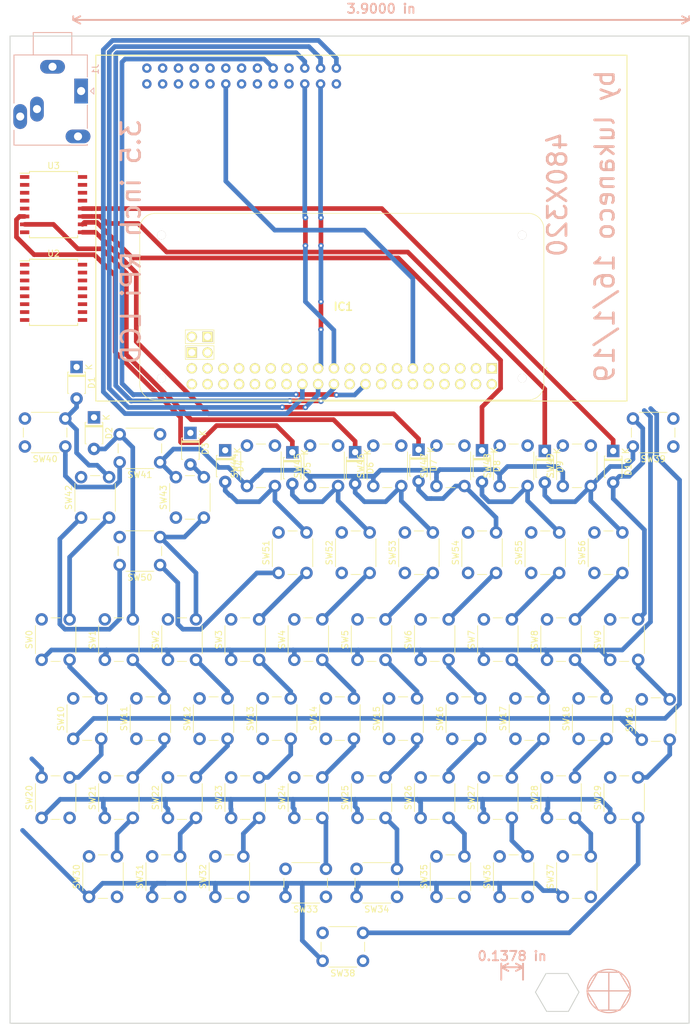
<source format=kicad_pcb>
(kicad_pcb (version 20171130) (host pcbnew "(5.0.2)-1")
  (layers (0 F.Cu signal) (31 B.Cu signal) (34 B.Paste user) (35 F.Paste user) (36 B.SilkS user) (37 F.SilkS user) (38 B.Mask user) (39 F.Mask user) (44 Edge.Cuts user hide))
  (net 0 "")
  (net 1 Col2)
  (net 2 Col3)
  (net 3 Col4)
  (net 4 Col5)
  (net 5 Col0)
  (net 6 Col1)
  (net 7 "Net-(DS1-Pad3)")
  (net 8 "Net-(DS1-Pad5)")
  (net 9 "Net-(DS1-Pad7)")
  (net 10 "Net-(DS1-Pad8)")
  (net 11 "Net-(DS1-Pad10)")
  (net 12 "Net-(DS1-Pad12)")
  (net 13 "Net-(DS1-Pad13)")
  (net 14 "Net-(DS1-Pad15)")
  (net 15 "Net-(DS1-Pad16)")
  (net 16 "Net-(J1-PadT)")
  (net 17 "Net-(J1-PadR)")
  (net 18 "Net-(J1-PadS)")
  (net 19 +3V3)
  (net 20 +5V)
  (net 21 GND)
  (net 22 TP_IRQ)
  (net 23 LCD_RS)
  (net 24 TP_SO)
  (net 25 RST)
  (net 26 LCD_SCK)
  (net 27 LCD_CS)
  (net 28 TP_CS)
  (net 29 Row0)
  (net 30 "Net-(D1-Pad2)")
  (net 31 "Net-(D2-Pad2)")
  (net 32 Row1)
  (net 33 Row2)
  (net 34 "Net-(D3-Pad2)")
  (net 35 "Net-(D4-Pad2)")
  (net 36 Row3)
  (net 37 Row4)
  (net 38 "Net-(D5-Pad2)")
  (net 39 Row5)
  (net 40 "Net-(D6-Pad2)")
  (net 41 "Net-(D7-Pad2)")
  (net 42 Row6)
  (net 43 "Net-(D8-Pad2)")
  (net 44 Row7)
  (net 45 Row8)
  (net 46 "Net-(D9-Pad2)")
  (net 47 "Net-(D10-Pad2)")
  (net 48 Row9)
  (net 49 "Net-(IC1-Pad7)")
  (net 50 "Net-(IC1-Pad8)")
  (net 51 "Net-(IC1-Pad10)")
  (net 52 "Net-(IC1-Pad12)")
  (net 53 "Net-(IC1-Pad13)")
  (net 54 "Net-(IC1-Pad15)")
  (net 55 "Net-(IC1-Pad16)")
  (net 56 "Net-(IC1-Pad19)")
  (net 57 "Net-(IC1-Pad27)")
  (net 58 "Net-(IC1-Pad28)")
  (net 59 "Net-(IC1-Pad29)")
  (net 60 "Net-(IC1-Pad30)")
  (net 61 "Net-(IC1-Pad31)")
  (net 62 "Net-(IC1-Pad32)")
  (net 63 "Net-(IC1-Pad33)")
  (net 64 "Net-(IC1-Pad34)")
  (net 65 "Net-(IC1-Pad35)")
  (net 66 "Net-(IC1-Pad36)")
  (net 67 "Net-(IC1-Pad37)")
  (net 68 "Net-(IC1-Pad38)")
  (net 69 "Net-(IC1-Pad39)")
  (net 70 "Net-(IC1-Pad40)")
  (net 71 "Net-(IC1-Pad41)")
  (net 72 "Net-(IC1-Pad42)")
  (net 73 "Net-(IC1-Pad43)")
  (net 74 "Net-(IC1-Pad44)")
  (net 75 SDA)
  (net 76 SDL)
  (net 77 "Net-(U2-Pad13)")
  (net 78 "Net-(U2-Pad3)")
  (net 79 "Net-(U2-Pad2)")
  (net 80 "Net-(U2-Pad1)")
  (net 81 "Net-(U3-Pad1)")
  (net 82 "Net-(U3-Pad2)")
  (net 83 "Net-(U3-Pad3)")
  (net 84 "Net-(U3-Pad13)")
  (module "pi zero:RASPBERRY_PI_ZERO_W" (layer F.Cu) (at 109.48 74.03 180)
    (fp_text reference IC1 (at 0 0 180) (layer F.SilkS) (effects (font (size 1.27 1.27) (thickness 0.254))))
    (fp_text value "Raspberry_Pi_Zero_W_(v1.3)" hide)
    (pad 1 thru_hole rect (at -23.885 -9.92 270) (size 1.665 1.665) (drill 1.11) (layers *.Cu *.Mask F.SilkS) (net 19 +3V3))
    (pad 2 thru_hole circle (at -23.885 -12.46 270) (size 1.665 1.665) (drill 1.11) (layers *.Cu *.Mask F.SilkS) (net 20 +5V))
    (pad 3 thru_hole circle (at -21.345 -9.92 270) (size 1.665 1.665) (drill 1.11) (layers *.Cu *.Mask F.SilkS) (net 75 SDA))
    (pad 4 thru_hole circle (at -21.345 -12.46 270) (size 1.665 1.665) (drill 1.11) (layers *.Cu *.Mask F.SilkS) (net 20 +5V))
    (pad 5 thru_hole circle (at -18.805 -9.92 270) (size 1.665 1.665) (drill 1.11) (layers *.Cu *.Mask F.SilkS) (net 76 SDL))
    (pad 6 thru_hole circle (at -18.805 -12.46 270) (size 1.665 1.665) (drill 1.11) (layers *.Cu *.Mask F.SilkS) (net 21 GND))
    (pad 7 thru_hole circle (at -16.265 -9.92 270) (size 1.665 1.665) (drill 1.11) (layers *.Cu *.Mask F.SilkS) (net 49 "Net-(IC1-Pad7)"))
    (pad 8 thru_hole circle (at -16.265 -12.46 270) (size 1.665 1.665) (drill 1.11) (layers *.Cu *.Mask F.SilkS) (net 50 "Net-(IC1-Pad8)"))
    (pad 9 thru_hole circle (at -13.725 -9.92 270) (size 1.665 1.665) (drill 1.11) (layers *.Cu *.Mask F.SilkS) (net 21 GND))
    (pad 10 thru_hole circle (at -13.725 -12.46 270) (size 1.665 1.665) (drill 1.11) (layers *.Cu *.Mask F.SilkS) (net 51 "Net-(IC1-Pad10)"))
    (pad 11 thru_hole circle (at -11.185 -9.92 270) (size 1.665 1.665) (drill 1.11) (layers *.Cu *.Mask F.SilkS) (net 22 TP_IRQ))
    (pad 12 thru_hole circle (at -11.185 -12.46 270) (size 1.665 1.665) (drill 1.11) (layers *.Cu *.Mask F.SilkS) (net 52 "Net-(IC1-Pad12)"))
    (pad 13 thru_hole circle (at -8.645 -9.92 270) (size 1.665 1.665) (drill 1.11) (layers *.Cu *.Mask F.SilkS) (net 53 "Net-(IC1-Pad13)"))
    (pad 14 thru_hole circle (at -8.645 -12.46 270) (size 1.665 1.665) (drill 1.11) (layers *.Cu *.Mask F.SilkS) (net 21 GND))
    (pad 15 thru_hole circle (at -6.105 -9.92 270) (size 1.665 1.665) (drill 1.11) (layers *.Cu *.Mask F.SilkS) (net 54 "Net-(IC1-Pad15)"))
    (pad 16 thru_hole circle (at -6.105 -12.46 270) (size 1.665 1.665) (drill 1.11) (layers *.Cu *.Mask F.SilkS) (net 55 "Net-(IC1-Pad16)"))
    (pad 17 thru_hole circle (at -3.565 -9.92 270) (size 1.665 1.665) (drill 1.11) (layers *.Cu *.Mask F.SilkS) (net 19 +3V3))
    (pad 18 thru_hole circle (at -3.565 -12.46 270) (size 1.665 1.665) (drill 1.11) (layers *.Cu *.Mask F.SilkS) (net 23 LCD_RS))
    (pad 19 thru_hole circle (at -1.025 -9.92 270) (size 1.665 1.665) (drill 1.11) (layers *.Cu *.Mask F.SilkS) (net 56 "Net-(IC1-Pad19)"))
    (pad 20 thru_hole circle (at -1.025 -12.46 270) (size 1.665 1.665) (drill 1.11) (layers *.Cu *.Mask F.SilkS) (net 21 GND))
    (pad 21 thru_hole circle (at 1.515 -9.92 270) (size 1.665 1.665) (drill 1.11) (layers *.Cu *.Mask F.SilkS) (net 24 TP_SO))
    (pad 22 thru_hole circle (at 1.515 -12.46 270) (size 1.665 1.665) (drill 1.11) (layers *.Cu *.Mask F.SilkS) (net 25 RST))
    (pad 23 thru_hole circle (at 4.055 -9.92 270) (size 1.665 1.665) (drill 1.11) (layers *.Cu *.Mask F.SilkS) (net 26 LCD_SCK))
    (pad 24 thru_hole circle (at 4.055 -12.46 270) (size 1.665 1.665) (drill 1.11) (layers *.Cu *.Mask F.SilkS) (net 27 LCD_CS))
    (pad 25 thru_hole circle (at 6.595 -9.92 270) (size 1.665 1.665) (drill 1.11) (layers *.Cu *.Mask F.SilkS) (net 21 GND))
    (pad 26 thru_hole circle (at 6.595 -12.46 270) (size 1.665 1.665) (drill 1.11) (layers *.Cu *.Mask F.SilkS) (net 28 TP_CS))
    (pad 27 thru_hole circle (at 9.135 -9.92 270) (size 1.665 1.665) (drill 1.11) (layers *.Cu *.Mask F.SilkS) (net 57 "Net-(IC1-Pad27)"))
    (pad 28 thru_hole circle (at 9.135 -12.46 270) (size 1.665 1.665) (drill 1.11) (layers *.Cu *.Mask F.SilkS) (net 58 "Net-(IC1-Pad28)"))
    (pad 29 thru_hole circle (at 11.675 -9.92 270) (size 1.665 1.665) (drill 1.11) (layers *.Cu *.Mask F.SilkS) (net 59 "Net-(IC1-Pad29)"))
    (pad 30 thru_hole circle (at 11.675 -12.46 270) (size 1.665 1.665) (drill 1.11) (layers *.Cu *.Mask F.SilkS) (net 60 "Net-(IC1-Pad30)"))
    (pad 31 thru_hole circle (at 14.215 -9.92 270) (size 1.665 1.665) (drill 1.11) (layers *.Cu *.Mask F.SilkS) (net 61 "Net-(IC1-Pad31)"))
    (pad 32 thru_hole circle (at 14.215 -12.46 270) (size 1.665 1.665) (drill 1.11) (layers *.Cu *.Mask F.SilkS) (net 62 "Net-(IC1-Pad32)"))
    (pad 33 thru_hole circle (at 16.755 -9.92 270) (size 1.665 1.665) (drill 1.11) (layers *.Cu *.Mask F.SilkS) (net 63 "Net-(IC1-Pad33)"))
    (pad 34 thru_hole circle (at 16.755 -12.46 270) (size 1.665 1.665) (drill 1.11) (layers *.Cu *.Mask F.SilkS) (net 64 "Net-(IC1-Pad34)"))
    (pad 35 thru_hole circle (at 19.295 -9.92 270) (size 1.665 1.665) (drill 1.11) (layers *.Cu *.Mask F.SilkS) (net 65 "Net-(IC1-Pad35)"))
    (pad 36 thru_hole circle (at 19.295 -12.46 270) (size 1.665 1.665) (drill 1.11) (layers *.Cu *.Mask F.SilkS) (net 66 "Net-(IC1-Pad36)"))
    (pad 37 thru_hole circle (at 21.835 -9.92 270) (size 1.665 1.665) (drill 1.11) (layers *.Cu *.Mask F.SilkS) (net 67 "Net-(IC1-Pad37)"))
    (pad 38 thru_hole circle (at 21.835 -12.46 270) (size 1.665 1.665) (drill 1.11) (layers *.Cu *.Mask F.SilkS) (net 68 "Net-(IC1-Pad38)"))
    (pad 39 thru_hole circle (at 24.375 -9.92 270) (size 1.665 1.665) (drill 1.11) (layers *.Cu *.Mask F.SilkS) (net 69 "Net-(IC1-Pad39)"))
    (pad 40 thru_hole circle (at 24.375 -12.46 270) (size 1.665 1.665) (drill 1.11) (layers *.Cu *.Mask F.SilkS) (net 70 "Net-(IC1-Pad40)"))
    (pad 41 thru_hole rect (at 24.375 -7.38 270) (size 1.665 1.665) (drill 1.11) (layers *.Cu *.Mask F.SilkS) (net 71 "Net-(IC1-Pad41)"))
    (pad 42 thru_hole circle (at 21.835 -7.38 270) (size 1.665 1.665) (drill 1.11) (layers *.Cu *.Mask F.SilkS) (net 72 "Net-(IC1-Pad42)"))
    (pad 43 thru_hole rect (at 21.835 -4.84 270) (size 1.665 1.665) (drill 1.11) (layers *.Cu *.Mask F.SilkS) (net 73 "Net-(IC1-Pad43)"))
    (pad 44 thru_hole circle (at 24.375 -4.84 270) (size 1.665 1.665) (drill 1.11) (layers *.Cu *.Mask F.SilkS) (net 74 "Net-(IC1-Pad44)"))
    (pad MH1 thru_hole circle (at -28.755 -11.5 270) (size 1.4 1.4) (drill 2.8) (layers *.Cu *.Mask F.SilkS))
    (pad MH2 thru_hole circle (at -28.755 11.5 270) (size 1.4 1.4) (drill 2.8) (layers *.Cu *.Mask F.SilkS))
    (pad MH3 thru_hole circle (at 29.245 11.5 270) (size 1.4 1.4) (drill 2.8) (layers *.Cu *.Mask F.SilkS))
    (pad MH4 thru_hole circle (at 29.245 -11.5 270) (size 1.4 1.4) (drill 2.8) (layers *.Cu *.Mask F.SilkS))
  )
  (module "35 display:3.5 inch RPi LCD" (layer B.Cu) (at 77.88 38.23)
    (fp_text reference DS1 hide)
    (fp_text value 3.5_Inch_RPI)
    (fp_text user "3.5 inch RPi LCD" (at -2.54 25.4 -90) (layer B.SilkS) (effects (font (size 3 3) (thickness 0.45)) (justify mirror)))
    (fp_text user 480X320 (at 66.04 17.78 -90) (layer B.SilkS) (effects (font (size 3 3) (thickness 0.45)) (justify mirror)))
    (fp_text user "by lukaneco 16/1/19" (at 73.66 22.86 -90) (layer B.SilkS) (effects (font (size 3 3) (thickness 0.45)) (justify mirror)))
    (pad 1 thru_hole circle (at 0 0) (size 1.524 1.524) (drill 0.762) (layers *.Cu *.Mask) (net 19 +3V3))
    (pad 2 thru_hole circle (at 0 -2.54) (size 1.524 1.524) (drill 0.762) (layers *.Cu *.Mask) (net 20 +5V))
    (pad 3 thru_hole circle (at 2.54 0) (size 1.524 1.524) (drill 0.762) (layers *.Cu *.Mask) (net 7 "Net-(DS1-Pad3)"))
    (pad 4 thru_hole circle (at 2.54 -2.54) (size 1.524 1.524) (drill 0.762) (layers *.Cu *.Mask) (net 20 +5V))
    (pad 5 thru_hole circle (at 5.08 0) (size 1.524 1.524) (drill 0.762) (layers *.Cu *.Mask) (net 8 "Net-(DS1-Pad5)"))
    (pad 6 thru_hole circle (at 5.08 -2.54) (size 1.524 1.524) (drill 0.762) (layers *.Cu *.Mask) (net 21 GND))
    (pad 7 thru_hole circle (at 7.62 0) (size 1.524 1.524) (drill 0.762) (layers *.Cu *.Mask) (net 9 "Net-(DS1-Pad7)"))
    (pad 8 thru_hole circle (at 7.62 -2.54) (size 1.524 1.524) (drill 0.762) (layers *.Cu *.Mask) (net 10 "Net-(DS1-Pad8)"))
    (pad 9 thru_hole circle (at 10.16 0) (size 1.524 1.524) (drill 0.762) (layers *.Cu *.Mask) (net 21 GND))
    (pad 10 thru_hole circle (at 10.16 -2.54) (size 1.524 1.524) (drill 0.762) (layers *.Cu *.Mask) (net 11 "Net-(DS1-Pad10)"))
    (pad 11 thru_hole circle (at 12.7 0) (size 1.524 1.524) (drill 0.762) (layers *.Cu *.Mask) (net 22 TP_IRQ))
    (pad 12 thru_hole circle (at 12.7 -2.54) (size 1.524 1.524) (drill 0.762) (layers *.Cu *.Mask) (net 12 "Net-(DS1-Pad12)"))
    (pad 13 thru_hole circle (at 15.24 0) (size 1.524 1.524) (drill 0.762) (layers *.Cu *.Mask) (net 13 "Net-(DS1-Pad13)"))
    (pad 14 thru_hole circle (at 15.24 -2.54) (size 1.524 1.524) (drill 0.762) (layers *.Cu *.Mask) (net 21 GND))
    (pad 15 thru_hole circle (at 17.78 0) (size 1.524 1.524) (drill 0.762) (layers *.Cu *.Mask) (net 14 "Net-(DS1-Pad15)"))
    (pad 16 thru_hole circle (at 17.78 -2.54) (size 1.524 1.524) (drill 0.762) (layers *.Cu *.Mask) (net 15 "Net-(DS1-Pad16)"))
    (pad 17 thru_hole circle (at 20.32 0) (size 1.524 1.524) (drill 0.762) (layers *.Cu *.Mask) (net 19 +3V3))
    (pad 18 thru_hole circle (at 20.32 -2.54) (size 1.524 1.524) (drill 0.762) (layers *.Cu *.Mask) (net 23 LCD_RS))
    (pad 19 thru_hole circle (at 22.86 0) (size 1.524 1.524) (drill 0.762) (layers *.Cu *.Mask))
    (pad 20 thru_hole circle (at 22.86 -2.54) (size 1.524 1.524) (drill 0.762) (layers *.Cu *.Mask) (net 21 GND))
    (pad 21 thru_hole circle (at 25.4 0) (size 1.524 1.524) (drill 0.762) (layers *.Cu *.Mask) (net 24 TP_SO))
    (pad 22 thru_hole circle (at 25.4 -2.54) (size 1.524 1.524) (drill 0.762) (layers *.Cu *.Mask) (net 25 RST))
    (pad 23 thru_hole circle (at 27.94 0) (size 1.524 1.524) (drill 0.762) (layers *.Cu *.Mask) (net 26 LCD_SCK))
    (pad 24 thru_hole circle (at 27.94 -2.54) (size 1.524 1.524) (drill 0.762) (layers *.Cu *.Mask) (net 27 LCD_CS))
    (pad 25 thru_hole circle (at 30.48 0) (size 1.524 1.524) (drill 0.762) (layers *.Cu *.Mask) (net 21 GND))
    (pad 26 thru_hole circle (at 30.48 -2.54) (size 1.524 1.524) (drill 0.762) (layers *.Cu *.Mask) (net 28 TP_CS))
  )
  (module Button_Switch_THT:SW_PUSH_6mm (layer F.Cu) (at 60.96 130.81 90)
    (fp_text reference SW0 (at 3.25 -2 90) (layer F.SilkS))
    (fp_text value SW_Push)
    (pad 2 thru_hole circle (at 0 4.5 180) (size 2 2) (drill 1.1) (layers *.Cu *.Mask) (net 30 "Net-(D1-Pad2)"))
    (pad 1 thru_hole circle (at 0 0 180) (size 2 2) (drill 1.1) (layers *.Cu *.Mask) (net 1 Col2))
    (pad 2 thru_hole circle (at 6.5 4.5 180) (size 2 2) (drill 1.1) (layers *.Cu *.Mask) (net 30 "Net-(D1-Pad2)"))
    (pad 1 thru_hole circle (at 6.5 0 180) (size 2 2) (drill 1.1) (layers *.Cu *.Mask) (net 1 Col2))
  )
  (module Button_Switch_THT:SW_PUSH_6mm (layer F.Cu) (at 71.12 130.81 90)
    (fp_text reference SW1 (at 3.25 -2 90) (layer F.SilkS))
    (fp_text value SW_Push)
    (pad 1 thru_hole circle (at 6.5 0 180) (size 2 2) (drill 1.1) (layers *.Cu *.Mask) (net 1 Col2))
    (pad 2 thru_hole circle (at 6.5 4.5 180) (size 2 2) (drill 1.1) (layers *.Cu *.Mask) (net 31 "Net-(D2-Pad2)"))
    (pad 1 thru_hole circle (at 0 0 180) (size 2 2) (drill 1.1) (layers *.Cu *.Mask) (net 1 Col2))
    (pad 2 thru_hole circle (at 0 4.5 180) (size 2 2) (drill 1.1) (layers *.Cu *.Mask) (net 31 "Net-(D2-Pad2)"))
  )
  (module Button_Switch_THT:SW_PUSH_6mm (layer F.Cu) (at 81.28 130.81 90)
    (fp_text reference SW2 (at 3.25 -2 90) (layer F.SilkS))
    (fp_text value SW_Push)
    (pad 2 thru_hole circle (at 0 4.5 180) (size 2 2) (drill 1.1) (layers *.Cu *.Mask) (net 34 "Net-(D3-Pad2)"))
    (pad 1 thru_hole circle (at 0 0 180) (size 2 2) (drill 1.1) (layers *.Cu *.Mask) (net 1 Col2))
    (pad 2 thru_hole circle (at 6.5 4.5 180) (size 2 2) (drill 1.1) (layers *.Cu *.Mask) (net 34 "Net-(D3-Pad2)"))
    (pad 1 thru_hole circle (at 6.5 0 180) (size 2 2) (drill 1.1) (layers *.Cu *.Mask) (net 1 Col2))
  )
  (module Button_Switch_THT:SW_PUSH_6mm (layer F.Cu) (at 91.44 130.81 90)
    (fp_text reference SW3 (at 3.25 -2 90) (layer F.SilkS))
    (fp_text value SW_Push)
    (pad 2 thru_hole circle (at 0 4.5 180) (size 2 2) (drill 1.1) (layers *.Cu *.Mask) (net 35 "Net-(D4-Pad2)"))
    (pad 1 thru_hole circle (at 0 0 180) (size 2 2) (drill 1.1) (layers *.Cu *.Mask) (net 1 Col2))
    (pad 2 thru_hole circle (at 6.5 4.5 180) (size 2 2) (drill 1.1) (layers *.Cu *.Mask) (net 35 "Net-(D4-Pad2)"))
    (pad 1 thru_hole circle (at 6.5 0 180) (size 2 2) (drill 1.1) (layers *.Cu *.Mask) (net 1 Col2))
  )
  (module Button_Switch_THT:SW_PUSH_6mm (layer F.Cu) (at 101.6 130.81 90)
    (fp_text reference SW4 (at 3.25 -2 90) (layer F.SilkS))
    (fp_text value SW_Push)
    (pad 1 thru_hole circle (at 6.5 0 180) (size 2 2) (drill 1.1) (layers *.Cu *.Mask) (net 1 Col2))
    (pad 2 thru_hole circle (at 6.5 4.5 180) (size 2 2) (drill 1.1) (layers *.Cu *.Mask) (net 38 "Net-(D5-Pad2)"))
    (pad 1 thru_hole circle (at 0 0 180) (size 2 2) (drill 1.1) (layers *.Cu *.Mask) (net 1 Col2))
    (pad 2 thru_hole circle (at 0 4.5 180) (size 2 2) (drill 1.1) (layers *.Cu *.Mask) (net 38 "Net-(D5-Pad2)"))
  )
  (module Button_Switch_THT:SW_PUSH_6mm (layer F.Cu) (at 111.76 130.81 90)
    (fp_text reference SW5 (at 3.25 -2 90) (layer F.SilkS))
    (fp_text value SW_Push)
    (pad 2 thru_hole circle (at 0 4.5 180) (size 2 2) (drill 1.1) (layers *.Cu *.Mask) (net 40 "Net-(D6-Pad2)"))
    (pad 1 thru_hole circle (at 0 0 180) (size 2 2) (drill 1.1) (layers *.Cu *.Mask) (net 1 Col2))
    (pad 2 thru_hole circle (at 6.5 4.5 180) (size 2 2) (drill 1.1) (layers *.Cu *.Mask) (net 40 "Net-(D6-Pad2)"))
    (pad 1 thru_hole circle (at 6.5 0 180) (size 2 2) (drill 1.1) (layers *.Cu *.Mask) (net 1 Col2))
  )
  (module Button_Switch_THT:SW_PUSH_6mm (layer F.Cu) (at 121.92 130.81 90)
    (fp_text reference SW6 (at 3.25 -2 90) (layer F.SilkS))
    (fp_text value SW_Push)
    (pad 2 thru_hole circle (at 0 4.5 180) (size 2 2) (drill 1.1) (layers *.Cu *.Mask) (net 41 "Net-(D7-Pad2)"))
    (pad 1 thru_hole circle (at 0 0 180) (size 2 2) (drill 1.1) (layers *.Cu *.Mask) (net 1 Col2))
    (pad 2 thru_hole circle (at 6.5 4.5 180) (size 2 2) (drill 1.1) (layers *.Cu *.Mask) (net 41 "Net-(D7-Pad2)"))
    (pad 1 thru_hole circle (at 6.5 0 180) (size 2 2) (drill 1.1) (layers *.Cu *.Mask) (net 1 Col2))
  )
  (module Button_Switch_THT:SW_PUSH_6mm (layer F.Cu) (at 132.08 130.81 90)
    (fp_text reference SW7 (at 3.25 -2 90) (layer F.SilkS))
    (fp_text value SW_Push)
    (pad 1 thru_hole circle (at 6.5 0 180) (size 2 2) (drill 1.1) (layers *.Cu *.Mask) (net 1 Col2))
    (pad 2 thru_hole circle (at 6.5 4.5 180) (size 2 2) (drill 1.1) (layers *.Cu *.Mask) (net 43 "Net-(D8-Pad2)"))
    (pad 1 thru_hole circle (at 0 0 180) (size 2 2) (drill 1.1) (layers *.Cu *.Mask) (net 1 Col2))
    (pad 2 thru_hole circle (at 0 4.5 180) (size 2 2) (drill 1.1) (layers *.Cu *.Mask) (net 43 "Net-(D8-Pad2)"))
  )
  (module Button_Switch_THT:SW_PUSH_6mm (layer F.Cu) (at 142.24 130.81 90)
    (fp_text reference SW8 (at 3.25 -2 90) (layer F.SilkS))
    (fp_text value SW_Push)
    (pad 1 thru_hole circle (at 6.5 0 180) (size 2 2) (drill 1.1) (layers *.Cu *.Mask) (net 1 Col2))
    (pad 2 thru_hole circle (at 6.5 4.5 180) (size 2 2) (drill 1.1) (layers *.Cu *.Mask) (net 46 "Net-(D9-Pad2)"))
    (pad 1 thru_hole circle (at 0 0 180) (size 2 2) (drill 1.1) (layers *.Cu *.Mask) (net 1 Col2))
    (pad 2 thru_hole circle (at 0 4.5 180) (size 2 2) (drill 1.1) (layers *.Cu *.Mask) (net 46 "Net-(D9-Pad2)"))
  )
  (module Button_Switch_THT:SW_PUSH_6mm (layer F.Cu) (at 152.4 130.81 90)
    (fp_text reference SW9 (at 3.25 -2 90) (layer F.SilkS))
    (fp_text value SW_Push)
    (pad 2 thru_hole circle (at 0 4.5 180) (size 2 2) (drill 1.1) (layers *.Cu *.Mask) (net 47 "Net-(D10-Pad2)"))
    (pad 1 thru_hole circle (at 0 0 180) (size 2 2) (drill 1.1) (layers *.Cu *.Mask) (net 1 Col2))
    (pad 2 thru_hole circle (at 6.5 4.5 180) (size 2 2) (drill 1.1) (layers *.Cu *.Mask) (net 47 "Net-(D10-Pad2)"))
    (pad 1 thru_hole circle (at 6.5 0 180) (size 2 2) (drill 1.1) (layers *.Cu *.Mask) (net 1 Col2))
  )
  (module Button_Switch_THT:SW_PUSH_6mm (layer F.Cu) (at 66.04 143.51 90)
    (fp_text reference SW10 (at 3.25 -2 90) (layer F.SilkS))
    (fp_text value SW_Push)
    (pad 1 thru_hole circle (at 6.5 0 180) (size 2 2) (drill 1.1) (layers *.Cu *.Mask) (net 2 Col3))
    (pad 2 thru_hole circle (at 6.5 4.5 180) (size 2 2) (drill 1.1) (layers *.Cu *.Mask) (net 30 "Net-(D1-Pad2)"))
    (pad 1 thru_hole circle (at 0 0 180) (size 2 2) (drill 1.1) (layers *.Cu *.Mask) (net 2 Col3))
    (pad 2 thru_hole circle (at 0 4.5 180) (size 2 2) (drill 1.1) (layers *.Cu *.Mask) (net 30 "Net-(D1-Pad2)"))
  )
  (module Button_Switch_THT:SW_PUSH_6mm (layer F.Cu) (at 76.2 143.51 90)
    (fp_text reference SW11 (at 3.25 -2 90) (layer F.SilkS))
    (fp_text value SW_Push)
    (pad 2 thru_hole circle (at 0 4.5 180) (size 2 2) (drill 1.1) (layers *.Cu *.Mask) (net 31 "Net-(D2-Pad2)"))
    (pad 1 thru_hole circle (at 0 0 180) (size 2 2) (drill 1.1) (layers *.Cu *.Mask) (net 2 Col3))
    (pad 2 thru_hole circle (at 6.5 4.5 180) (size 2 2) (drill 1.1) (layers *.Cu *.Mask) (net 31 "Net-(D2-Pad2)"))
    (pad 1 thru_hole circle (at 6.5 0 180) (size 2 2) (drill 1.1) (layers *.Cu *.Mask) (net 2 Col3))
  )
  (module Button_Switch_THT:SW_PUSH_6mm (layer F.Cu) (at 86.36 143.51 90)
    (fp_text reference SW12 (at 3.25 -2 90) (layer F.SilkS))
    (fp_text value SW_Push)
    (pad 1 thru_hole circle (at 6.5 0 180) (size 2 2) (drill 1.1) (layers *.Cu *.Mask) (net 2 Col3))
    (pad 2 thru_hole circle (at 6.5 4.5 180) (size 2 2) (drill 1.1) (layers *.Cu *.Mask) (net 34 "Net-(D3-Pad2)"))
    (pad 1 thru_hole circle (at 0 0 180) (size 2 2) (drill 1.1) (layers *.Cu *.Mask) (net 2 Col3))
    (pad 2 thru_hole circle (at 0 4.5 180) (size 2 2) (drill 1.1) (layers *.Cu *.Mask) (net 34 "Net-(D3-Pad2)"))
  )
  (module Button_Switch_THT:SW_PUSH_6mm (layer F.Cu) (at 96.52 143.51 90)
    (fp_text reference SW13 (at 3.25 -2 90) (layer F.SilkS))
    (fp_text value SW_Push)
    (pad 1 thru_hole circle (at 6.5 0 180) (size 2 2) (drill 1.1) (layers *.Cu *.Mask) (net 2 Col3))
    (pad 2 thru_hole circle (at 6.5 4.5 180) (size 2 2) (drill 1.1) (layers *.Cu *.Mask) (net 35 "Net-(D4-Pad2)"))
    (pad 1 thru_hole circle (at 0 0 180) (size 2 2) (drill 1.1) (layers *.Cu *.Mask) (net 2 Col3))
    (pad 2 thru_hole circle (at 0 4.5 180) (size 2 2) (drill 1.1) (layers *.Cu *.Mask) (net 35 "Net-(D4-Pad2)"))
  )
  (module Button_Switch_THT:SW_PUSH_6mm (layer F.Cu) (at 106.68 143.51 90)
    (fp_text reference SW14 (at 3.25 -2 90) (layer F.SilkS))
    (fp_text value SW_Push)
    (pad 2 thru_hole circle (at 0 4.5 180) (size 2 2) (drill 1.1) (layers *.Cu *.Mask) (net 38 "Net-(D5-Pad2)"))
    (pad 1 thru_hole circle (at 0 0 180) (size 2 2) (drill 1.1) (layers *.Cu *.Mask) (net 2 Col3))
    (pad 2 thru_hole circle (at 6.5 4.5 180) (size 2 2) (drill 1.1) (layers *.Cu *.Mask) (net 38 "Net-(D5-Pad2)"))
    (pad 1 thru_hole circle (at 6.5 0 180) (size 2 2) (drill 1.1) (layers *.Cu *.Mask) (net 2 Col3))
  )
  (module Button_Switch_THT:SW_PUSH_6mm (layer F.Cu) (at 116.84 143.51 90)
    (fp_text reference SW15 (at 3.25 -2 90) (layer F.SilkS))
    (fp_text value SW_Push)
    (pad 2 thru_hole circle (at 0 4.5 180) (size 2 2) (drill 1.1) (layers *.Cu *.Mask) (net 40 "Net-(D6-Pad2)"))
    (pad 1 thru_hole circle (at 0 0 180) (size 2 2) (drill 1.1) (layers *.Cu *.Mask) (net 2 Col3))
    (pad 2 thru_hole circle (at 6.5 4.5 180) (size 2 2) (drill 1.1) (layers *.Cu *.Mask) (net 40 "Net-(D6-Pad2)"))
    (pad 1 thru_hole circle (at 6.5 0 180) (size 2 2) (drill 1.1) (layers *.Cu *.Mask) (net 2 Col3))
  )
  (module Button_Switch_THT:SW_PUSH_6mm (layer F.Cu) (at 127 143.51 90)
    (fp_text reference SW16 (at 3.25 -2 90) (layer F.SilkS))
    (fp_text value SW_Push)
    (pad 1 thru_hole circle (at 6.5 0 180) (size 2 2) (drill 1.1) (layers *.Cu *.Mask) (net 2 Col3))
    (pad 2 thru_hole circle (at 6.5 4.5 180) (size 2 2) (drill 1.1) (layers *.Cu *.Mask) (net 41 "Net-(D7-Pad2)"))
    (pad 1 thru_hole circle (at 0 0 180) (size 2 2) (drill 1.1) (layers *.Cu *.Mask) (net 2 Col3))
    (pad 2 thru_hole circle (at 0 4.5 180) (size 2 2) (drill 1.1) (layers *.Cu *.Mask) (net 41 "Net-(D7-Pad2)"))
  )
  (module Button_Switch_THT:SW_PUSH_6mm (layer F.Cu) (at 137.16 143.51 90)
    (fp_text reference SW17 (at 3.25 -2 90) (layer F.SilkS))
    (fp_text value SW_Push)
    (pad 2 thru_hole circle (at 0 4.5 180) (size 2 2) (drill 1.1) (layers *.Cu *.Mask) (net 43 "Net-(D8-Pad2)"))
    (pad 1 thru_hole circle (at 0 0 180) (size 2 2) (drill 1.1) (layers *.Cu *.Mask) (net 2 Col3))
    (pad 2 thru_hole circle (at 6.5 4.5 180) (size 2 2) (drill 1.1) (layers *.Cu *.Mask) (net 43 "Net-(D8-Pad2)"))
    (pad 1 thru_hole circle (at 6.5 0 180) (size 2 2) (drill 1.1) (layers *.Cu *.Mask) (net 2 Col3))
  )
  (module Button_Switch_THT:SW_PUSH_6mm (layer F.Cu) (at 147.32 143.51 90)
    (fp_text reference SW18 (at 3.25 -2 90) (layer F.SilkS))
    (fp_text value SW_Push)
    (pad 1 thru_hole circle (at 6.5 0 180) (size 2 2) (drill 1.1) (layers *.Cu *.Mask) (net 2 Col3))
    (pad 2 thru_hole circle (at 6.5 4.5 180) (size 2 2) (drill 1.1) (layers *.Cu *.Mask) (net 46 "Net-(D9-Pad2)"))
    (pad 1 thru_hole circle (at 0 0 180) (size 2 2) (drill 1.1) (layers *.Cu *.Mask) (net 2 Col3))
    (pad 2 thru_hole circle (at 0 4.5 180) (size 2 2) (drill 1.1) (layers *.Cu *.Mask) (net 46 "Net-(D9-Pad2)"))
  )
  (module Button_Switch_THT:SW_PUSH_6mm (layer F.Cu) (at 157.48 143.66 90)
    (fp_text reference SW19 (at 3.25 -2 90) (layer F.SilkS))
    (fp_text value SW_Push)
    (pad 1 thru_hole circle (at 6.5 0 180) (size 2 2) (drill 1.1) (layers *.Cu *.Mask) (net 2 Col3))
    (pad 2 thru_hole circle (at 6.5 4.5 180) (size 2 2) (drill 1.1) (layers *.Cu *.Mask) (net 47 "Net-(D10-Pad2)"))
    (pad 1 thru_hole circle (at 0 0 180) (size 2 2) (drill 1.1) (layers *.Cu *.Mask) (net 2 Col3))
    (pad 2 thru_hole circle (at 0 4.5 180) (size 2 2) (drill 1.1) (layers *.Cu *.Mask) (net 47 "Net-(D10-Pad2)"))
  )
  (module Button_Switch_THT:SW_PUSH_6mm (layer F.Cu) (at 60.96 156.21 90)
    (fp_text reference SW20 (at 3.25 -2 90) (layer F.SilkS))
    (fp_text value SW_Push)
    (pad 2 thru_hole circle (at 0 4.5 180) (size 2 2) (drill 1.1) (layers *.Cu *.Mask) (net 30 "Net-(D1-Pad2)"))
    (pad 1 thru_hole circle (at 0 0 180) (size 2 2) (drill 1.1) (layers *.Cu *.Mask) (net 3 Col4))
    (pad 2 thru_hole circle (at 6.5 4.5 180) (size 2 2) (drill 1.1) (layers *.Cu *.Mask) (net 30 "Net-(D1-Pad2)"))
    (pad 1 thru_hole circle (at 6.5 0 180) (size 2 2) (drill 1.1) (layers *.Cu *.Mask) (net 3 Col4))
  )
  (module Button_Switch_THT:SW_PUSH_6mm (layer F.Cu) (at 71.12 156.21 90)
    (fp_text reference SW21 (at 3.25 -2 90) (layer F.SilkS))
    (fp_text value SW_Push)
    (pad 1 thru_hole circle (at 6.5 0 180) (size 2 2) (drill 1.1) (layers *.Cu *.Mask) (net 3 Col4))
    (pad 2 thru_hole circle (at 6.5 4.5 180) (size 2 2) (drill 1.1) (layers *.Cu *.Mask) (net 31 "Net-(D2-Pad2)"))
    (pad 1 thru_hole circle (at 0 0 180) (size 2 2) (drill 1.1) (layers *.Cu *.Mask) (net 3 Col4))
    (pad 2 thru_hole circle (at 0 4.5 180) (size 2 2) (drill 1.1) (layers *.Cu *.Mask) (net 31 "Net-(D2-Pad2)"))
  )
  (module Button_Switch_THT:SW_PUSH_6mm (layer F.Cu) (at 81.28 156.21 90)
    (fp_text reference SW22 (at 3.25 -2 90) (layer F.SilkS))
    (fp_text value SW_Push)
    (pad 2 thru_hole circle (at 0 4.5 180) (size 2 2) (drill 1.1) (layers *.Cu *.Mask) (net 34 "Net-(D3-Pad2)"))
    (pad 1 thru_hole circle (at 0 0 180) (size 2 2) (drill 1.1) (layers *.Cu *.Mask) (net 3 Col4))
    (pad 2 thru_hole circle (at 6.5 4.5 180) (size 2 2) (drill 1.1) (layers *.Cu *.Mask) (net 34 "Net-(D3-Pad2)"))
    (pad 1 thru_hole circle (at 6.5 0 180) (size 2 2) (drill 1.1) (layers *.Cu *.Mask) (net 3 Col4))
  )
  (module Button_Switch_THT:SW_PUSH_6mm (layer F.Cu) (at 91.44 156.21 90)
    (fp_text reference SW23 (at 3.25 -2 90) (layer F.SilkS))
    (fp_text value SW_Push)
    (pad 2 thru_hole circle (at 0 4.5 180) (size 2 2) (drill 1.1) (layers *.Cu *.Mask) (net 35 "Net-(D4-Pad2)"))
    (pad 1 thru_hole circle (at 0 0 180) (size 2 2) (drill 1.1) (layers *.Cu *.Mask) (net 3 Col4))
    (pad 2 thru_hole circle (at 6.5 4.5 180) (size 2 2) (drill 1.1) (layers *.Cu *.Mask) (net 35 "Net-(D4-Pad2)"))
    (pad 1 thru_hole circle (at 6.5 0 180) (size 2 2) (drill 1.1) (layers *.Cu *.Mask) (net 3 Col4))
  )
  (module Button_Switch_THT:SW_PUSH_6mm (layer F.Cu) (at 101.6 156.21 90)
    (fp_text reference SW24 (at 3.25 -2 90) (layer F.SilkS))
    (fp_text value SW_Push)
    (pad 2 thru_hole circle (at 0 4.5 180) (size 2 2) (drill 1.1) (layers *.Cu *.Mask) (net 38 "Net-(D5-Pad2)"))
    (pad 1 thru_hole circle (at 0 0 180) (size 2 2) (drill 1.1) (layers *.Cu *.Mask) (net 3 Col4))
    (pad 2 thru_hole circle (at 6.5 4.5 180) (size 2 2) (drill 1.1) (layers *.Cu *.Mask) (net 38 "Net-(D5-Pad2)"))
    (pad 1 thru_hole circle (at 6.5 0 180) (size 2 2) (drill 1.1) (layers *.Cu *.Mask) (net 3 Col4))
  )
  (module Button_Switch_THT:SW_PUSH_6mm (layer F.Cu) (at 111.76 156.21 90)
    (fp_text reference SW25 (at 3.25 -2 90) (layer F.SilkS))
    (fp_text value SW_Push)
    (pad 1 thru_hole circle (at 6.5 0 180) (size 2 2) (drill 1.1) (layers *.Cu *.Mask) (net 3 Col4))
    (pad 2 thru_hole circle (at 6.5 4.5 180) (size 2 2) (drill 1.1) (layers *.Cu *.Mask) (net 40 "Net-(D6-Pad2)"))
    (pad 1 thru_hole circle (at 0 0 180) (size 2 2) (drill 1.1) (layers *.Cu *.Mask) (net 3 Col4))
    (pad 2 thru_hole circle (at 0 4.5 180) (size 2 2) (drill 1.1) (layers *.Cu *.Mask) (net 40 "Net-(D6-Pad2)"))
  )
  (module Button_Switch_THT:SW_PUSH_6mm (layer F.Cu) (at 121.92 156.21 90)
    (fp_text reference SW26 (at 3.25 -2 90) (layer F.SilkS))
    (fp_text value SW_Push)
    (pad 2 thru_hole circle (at 0 4.5 180) (size 2 2) (drill 1.1) (layers *.Cu *.Mask) (net 41 "Net-(D7-Pad2)"))
    (pad 1 thru_hole circle (at 0 0 180) (size 2 2) (drill 1.1) (layers *.Cu *.Mask) (net 3 Col4))
    (pad 2 thru_hole circle (at 6.5 4.5 180) (size 2 2) (drill 1.1) (layers *.Cu *.Mask) (net 41 "Net-(D7-Pad2)"))
    (pad 1 thru_hole circle (at 6.5 0 180) (size 2 2) (drill 1.1) (layers *.Cu *.Mask) (net 3 Col4))
  )
  (module Button_Switch_THT:SW_PUSH_6mm (layer F.Cu) (at 132.08 156.21 90)
    (fp_text reference SW27 (at 3.25 -2 90) (layer F.SilkS))
    (fp_text value SW_Push)
    (pad 1 thru_hole circle (at 6.5 0 180) (size 2 2) (drill 1.1) (layers *.Cu *.Mask) (net 3 Col4))
    (pad 2 thru_hole circle (at 6.5 4.5 180) (size 2 2) (drill 1.1) (layers *.Cu *.Mask) (net 43 "Net-(D8-Pad2)"))
    (pad 1 thru_hole circle (at 0 0 180) (size 2 2) (drill 1.1) (layers *.Cu *.Mask) (net 3 Col4))
    (pad 2 thru_hole circle (at 0 4.5 180) (size 2 2) (drill 1.1) (layers *.Cu *.Mask) (net 43 "Net-(D8-Pad2)"))
  )
  (module Button_Switch_THT:SW_PUSH_6mm (layer F.Cu) (at 142.24 156.21 90)
    (fp_text reference SW28 (at 3.25 -2 90) (layer F.SilkS))
    (fp_text value SW_Push)
    (pad 2 thru_hole circle (at 0 4.5 180) (size 2 2) (drill 1.1) (layers *.Cu *.Mask) (net 46 "Net-(D9-Pad2)"))
    (pad 1 thru_hole circle (at 0 0 180) (size 2 2) (drill 1.1) (layers *.Cu *.Mask) (net 3 Col4))
    (pad 2 thru_hole circle (at 6.5 4.5 180) (size 2 2) (drill 1.1) (layers *.Cu *.Mask) (net 46 "Net-(D9-Pad2)"))
    (pad 1 thru_hole circle (at 6.5 0 180) (size 2 2) (drill 1.1) (layers *.Cu *.Mask) (net 3 Col4))
  )
  (module Button_Switch_THT:SW_PUSH_6mm (layer F.Cu) (at 152.4 156.21 90)
    (fp_text reference SW29 (at 3.25 -2 90) (layer F.SilkS))
    (fp_text value SW_Push)
    (pad 1 thru_hole circle (at 6.5 0 180) (size 2 2) (drill 1.1) (layers *.Cu *.Mask) (net 3 Col4))
    (pad 2 thru_hole circle (at 6.5 4.5 180) (size 2 2) (drill 1.1) (layers *.Cu *.Mask) (net 47 "Net-(D10-Pad2)"))
    (pad 1 thru_hole circle (at 0 0 180) (size 2 2) (drill 1.1) (layers *.Cu *.Mask) (net 3 Col4))
    (pad 2 thru_hole circle (at 0 4.5 180) (size 2 2) (drill 1.1) (layers *.Cu *.Mask) (net 47 "Net-(D10-Pad2)"))
  )
  (module Button_Switch_THT:SW_PUSH_6mm (layer F.Cu) (at 68.58 168.91 90)
    (fp_text reference SW30 (at 3.25 -2 90) (layer F.SilkS))
    (fp_text value SW_Push)
    (pad 1 thru_hole circle (at 6.5 0 180) (size 2 2) (drill 1.1) (layers *.Cu *.Mask) (net 4 Col5))
    (pad 2 thru_hole circle (at 6.5 4.5 180) (size 2 2) (drill 1.1) (layers *.Cu *.Mask) (net 31 "Net-(D2-Pad2)"))
    (pad 1 thru_hole circle (at 0 0 180) (size 2 2) (drill 1.1) (layers *.Cu *.Mask) (net 4 Col5))
    (pad 2 thru_hole circle (at 0 4.5 180) (size 2 2) (drill 1.1) (layers *.Cu *.Mask) (net 31 "Net-(D2-Pad2)"))
  )
  (module Button_Switch_THT:SW_PUSH_6mm (layer F.Cu) (at 78.74 168.91 90)
    (fp_text reference SW31 (at 3.25 -2 90) (layer F.SilkS))
    (fp_text value SW_Push)
    (pad 2 thru_hole circle (at 0 4.5 180) (size 2 2) (drill 1.1) (layers *.Cu *.Mask) (net 34 "Net-(D3-Pad2)"))
    (pad 1 thru_hole circle (at 0 0 180) (size 2 2) (drill 1.1) (layers *.Cu *.Mask) (net 4 Col5))
    (pad 2 thru_hole circle (at 6.5 4.5 180) (size 2 2) (drill 1.1) (layers *.Cu *.Mask) (net 34 "Net-(D3-Pad2)"))
    (pad 1 thru_hole circle (at 6.5 0 180) (size 2 2) (drill 1.1) (layers *.Cu *.Mask) (net 4 Col5))
  )
  (module Button_Switch_THT:SW_PUSH_6mm (layer F.Cu) (at 88.9 168.91 90)
    (fp_text reference SW32 (at 3.25 -2 90) (layer F.SilkS))
    (fp_text value SW_Push)
    (pad 1 thru_hole circle (at 6.5 0 180) (size 2 2) (drill 1.1) (layers *.Cu *.Mask) (net 4 Col5))
    (pad 2 thru_hole circle (at 6.5 4.5 180) (size 2 2) (drill 1.1) (layers *.Cu *.Mask) (net 35 "Net-(D4-Pad2)"))
    (pad 1 thru_hole circle (at 0 0 180) (size 2 2) (drill 1.1) (layers *.Cu *.Mask) (net 4 Col5))
    (pad 2 thru_hole circle (at 0 4.5 180) (size 2 2) (drill 1.1) (layers *.Cu *.Mask) (net 35 "Net-(D4-Pad2)"))
  )
  (module Button_Switch_THT:SW_PUSH_6mm (layer F.Cu) (at 106.68 168.91 180)
    (fp_text reference SW33 (at 3.25 -2 180) (layer F.SilkS))
    (fp_text value SW_Push)
    (pad 2 thru_hole circle (at 0 4.5 270) (size 2 2) (drill 1.1) (layers *.Cu *.Mask) (net 38 "Net-(D5-Pad2)"))
    (pad 1 thru_hole circle (at 0 0 270) (size 2 2) (drill 1.1) (layers *.Cu *.Mask) (net 4 Col5))
    (pad 2 thru_hole circle (at 6.5 4.5 270) (size 2 2) (drill 1.1) (layers *.Cu *.Mask) (net 38 "Net-(D5-Pad2)"))
    (pad 1 thru_hole circle (at 6.5 0 270) (size 2 2) (drill 1.1) (layers *.Cu *.Mask) (net 4 Col5))
  )
  (module Button_Switch_THT:SW_PUSH_6mm (layer F.Cu) (at 118.11 168.91 180)
    (fp_text reference SW34 (at 3.25 -2 180) (layer F.SilkS))
    (fp_text value SW_Push)
    (pad 2 thru_hole circle (at 0 4.5 270) (size 2 2) (drill 1.1) (layers *.Cu *.Mask) (net 40 "Net-(D6-Pad2)"))
    (pad 1 thru_hole circle (at 0 0 270) (size 2 2) (drill 1.1) (layers *.Cu *.Mask) (net 4 Col5))
    (pad 2 thru_hole circle (at 6.5 4.5 270) (size 2 2) (drill 1.1) (layers *.Cu *.Mask) (net 40 "Net-(D6-Pad2)"))
    (pad 1 thru_hole circle (at 6.5 0 270) (size 2 2) (drill 1.1) (layers *.Cu *.Mask) (net 4 Col5))
  )
  (module Button_Switch_THT:SW_PUSH_6mm (layer F.Cu) (at 124.46 168.91 90)
    (fp_text reference SW35 (at 3.25 -2 90) (layer F.SilkS))
    (fp_text value SW_Push)
    (pad 2 thru_hole circle (at 0 4.5 180) (size 2 2) (drill 1.1) (layers *.Cu *.Mask) (net 41 "Net-(D7-Pad2)"))
    (pad 1 thru_hole circle (at 0 0 180) (size 2 2) (drill 1.1) (layers *.Cu *.Mask) (net 4 Col5))
    (pad 2 thru_hole circle (at 6.5 4.5 180) (size 2 2) (drill 1.1) (layers *.Cu *.Mask) (net 41 "Net-(D7-Pad2)"))
    (pad 1 thru_hole circle (at 6.5 0 180) (size 2 2) (drill 1.1) (layers *.Cu *.Mask) (net 4 Col5))
  )
  (module Button_Switch_THT:SW_PUSH_6mm (layer F.Cu) (at 134.62 168.91 90)
    (fp_text reference SW36 (at 3.25 -2 90) (layer F.SilkS))
    (fp_text value SW_Push)
    (pad 2 thru_hole circle (at 0 4.5 180) (size 2 2) (drill 1.1) (layers *.Cu *.Mask) (net 43 "Net-(D8-Pad2)"))
    (pad 1 thru_hole circle (at 0 0 180) (size 2 2) (drill 1.1) (layers *.Cu *.Mask) (net 4 Col5))
    (pad 2 thru_hole circle (at 6.5 4.5 180) (size 2 2) (drill 1.1) (layers *.Cu *.Mask) (net 43 "Net-(D8-Pad2)"))
    (pad 1 thru_hole circle (at 6.5 0 180) (size 2 2) (drill 1.1) (layers *.Cu *.Mask) (net 4 Col5))
  )
  (module Button_Switch_THT:SW_PUSH_6mm (layer F.Cu) (at 144.78 168.91 90)
    (fp_text reference SW37 (at 3.25 -2 90) (layer F.SilkS))
    (fp_text value SW_Push)
    (pad 1 thru_hole circle (at 6.5 0 180) (size 2 2) (drill 1.1) (layers *.Cu *.Mask) (net 4 Col5))
    (pad 2 thru_hole circle (at 6.5 4.5 180) (size 2 2) (drill 1.1) (layers *.Cu *.Mask) (net 46 "Net-(D9-Pad2)"))
    (pad 1 thru_hole circle (at 0 0 180) (size 2 2) (drill 1.1) (layers *.Cu *.Mask) (net 4 Col5))
    (pad 2 thru_hole circle (at 0 4.5 180) (size 2 2) (drill 1.1) (layers *.Cu *.Mask) (net 46 "Net-(D9-Pad2)"))
  )
  (module Button_Switch_THT:SW_PUSH_6mm (layer F.Cu) (at 112.649 179.197 180)
    (fp_text reference SW38 (at 3.25 -2 180) (layer F.SilkS))
    (fp_text value SW_Push)
    (pad 2 thru_hole circle (at 0 4.5 270) (size 2 2) (drill 1.1) (layers *.Cu *.Mask) (net 47 "Net-(D10-Pad2)"))
    (pad 1 thru_hole circle (at 0 0 270) (size 2 2) (drill 1.1) (layers *.Cu *.Mask) (net 4 Col5))
    (pad 2 thru_hole circle (at 6.5 4.5 270) (size 2 2) (drill 1.1) (layers *.Cu *.Mask) (net 47 "Net-(D10-Pad2)"))
    (pad 1 thru_hole circle (at 6.5 0 270) (size 2 2) (drill 1.1) (layers *.Cu *.Mask) (net 4 Col5))
  )
  (module Button_Switch_THT:SW_PUSH_6mm (layer F.Cu) (at 162.56 96.52 180)
    (fp_text reference SW39 (at 3.25 -2 180) (layer F.SilkS))
    (fp_text value SW_Push)
    (pad 1 thru_hole circle (at 6.5 0 270) (size 2 2) (drill 1.1) (layers *.Cu *.Mask) (net 46 "Net-(D9-Pad2)"))
    (pad 2 thru_hole circle (at 6.5 4.5 270) (size 2 2) (drill 1.1) (layers *.Cu *.Mask) (net 47 "Net-(D10-Pad2)"))
    (pad 1 thru_hole circle (at 0 0 270) (size 2 2) (drill 1.1) (layers *.Cu *.Mask) (net 46 "Net-(D9-Pad2)"))
    (pad 2 thru_hole circle (at 0 4.5 270) (size 2 2) (drill 1.1) (layers *.Cu *.Mask) (net 47 "Net-(D10-Pad2)"))
  )
  (module Button_Switch_THT:SW_PUSH_6mm (layer F.Cu) (at 64.77 96.52 180)
    (fp_text reference SW40 (at 3.25 -2 180) (layer F.SilkS))
    (fp_text value SW_Push)
    (pad 1 thru_hole circle (at 6.5 0 270) (size 2 2) (drill 1.1) (layers *.Cu *.Mask) (net 5 Col0))
    (pad 2 thru_hole circle (at 6.5 4.5 270) (size 2 2) (drill 1.1) (layers *.Cu *.Mask) (net 30 "Net-(D1-Pad2)"))
    (pad 1 thru_hole circle (at 0 0 270) (size 2 2) (drill 1.1) (layers *.Cu *.Mask) (net 5 Col0))
    (pad 2 thru_hole circle (at 0 4.5 270) (size 2 2) (drill 1.1) (layers *.Cu *.Mask) (net 30 "Net-(D1-Pad2)"))
  )
  (module Button_Switch_THT:SW_PUSH_6mm (layer F.Cu) (at 80.01 99.06 180)
    (fp_text reference SW41 (at 3.25 -2 180) (layer F.SilkS))
    (fp_text value SW_Push)
    (pad 1 thru_hole circle (at 6.5 0 270) (size 2 2) (drill 1.1) (layers *.Cu *.Mask) (net 5 Col0))
    (pad 2 thru_hole circle (at 6.5 4.5 270) (size 2 2) (drill 1.1) (layers *.Cu *.Mask) (net 31 "Net-(D2-Pad2)"))
    (pad 1 thru_hole circle (at 0 0 270) (size 2 2) (drill 1.1) (layers *.Cu *.Mask) (net 5 Col0))
    (pad 2 thru_hole circle (at 0 4.5 270) (size 2 2) (drill 1.1) (layers *.Cu *.Mask) (net 31 "Net-(D2-Pad2)"))
  )
  (module Button_Switch_THT:SW_PUSH_6mm (layer F.Cu) (at 67.31 107.95 90)
    (fp_text reference SW42 (at 3.25 -2 90) (layer F.SilkS))
    (fp_text value SW_Push)
    (pad 1 thru_hole circle (at 6.5 0 180) (size 2 2) (drill 1.1) (layers *.Cu *.Mask) (net 6 Col1))
    (pad 2 thru_hole circle (at 6.5 4.5 180) (size 2 2) (drill 1.1) (layers *.Cu *.Mask) (net 30 "Net-(D1-Pad2)"))
    (pad 1 thru_hole circle (at 0 0 180) (size 2 2) (drill 1.1) (layers *.Cu *.Mask) (net 6 Col1))
    (pad 2 thru_hole circle (at 0 4.5 180) (size 2 2) (drill 1.1) (layers *.Cu *.Mask) (net 30 "Net-(D1-Pad2)"))
  )
  (module Button_Switch_THT:SW_PUSH_6mm (layer F.Cu) (at 82.55 107.95 90)
    (fp_text reference SW43 (at 3.25 -2 90) (layer F.SilkS))
    (fp_text value SW_Push)
    (pad 2 thru_hole circle (at 0 4.5 180) (size 2 2) (drill 1.1) (layers *.Cu *.Mask) (net 34 "Net-(D3-Pad2)"))
    (pad 1 thru_hole circle (at 0 0 180) (size 2 2) (drill 1.1) (layers *.Cu *.Mask) (net 5 Col0))
    (pad 2 thru_hole circle (at 6.5 4.5 180) (size 2 2) (drill 1.1) (layers *.Cu *.Mask) (net 34 "Net-(D3-Pad2)"))
    (pad 1 thru_hole circle (at 6.5 0 180) (size 2 2) (drill 1.1) (layers *.Cu *.Mask) (net 5 Col0))
  )
  (module Button_Switch_THT:SW_PUSH_6mm (layer F.Cu) (at 93.98 102.87 90)
    (fp_text reference SW44 (at 3.25 -2 90) (layer F.SilkS))
    (fp_text value SW_Push)
    (pad 1 thru_hole circle (at 6.5 0 180) (size 2 2) (drill 1.1) (layers *.Cu *.Mask) (net 5 Col0))
    (pad 2 thru_hole circle (at 6.5 4.5 180) (size 2 2) (drill 1.1) (layers *.Cu *.Mask) (net 35 "Net-(D4-Pad2)"))
    (pad 1 thru_hole circle (at 0 0 180) (size 2 2) (drill 1.1) (layers *.Cu *.Mask) (net 5 Col0))
    (pad 2 thru_hole circle (at 0 4.5 180) (size 2 2) (drill 1.1) (layers *.Cu *.Mask) (net 35 "Net-(D4-Pad2)"))
  )
  (module Button_Switch_THT:SW_PUSH_6mm (layer F.Cu) (at 104.14 102.87 90)
    (fp_text reference SW45 (at 3.25 -2 90) (layer F.SilkS))
    (fp_text value SW_Push)
    (pad 2 thru_hole circle (at 0 4.5 180) (size 2 2) (drill 1.1) (layers *.Cu *.Mask) (net 38 "Net-(D5-Pad2)"))
    (pad 1 thru_hole circle (at 0 0 180) (size 2 2) (drill 1.1) (layers *.Cu *.Mask) (net 5 Col0))
    (pad 2 thru_hole circle (at 6.5 4.5 180) (size 2 2) (drill 1.1) (layers *.Cu *.Mask) (net 38 "Net-(D5-Pad2)"))
    (pad 1 thru_hole circle (at 6.5 0 180) (size 2 2) (drill 1.1) (layers *.Cu *.Mask) (net 5 Col0))
  )
  (module Button_Switch_THT:SW_PUSH_6mm (layer F.Cu) (at 114.3 102.87 90)
    (fp_text reference SW46 (at 3.25 -2 90) (layer F.SilkS))
    (fp_text value SW_Push)
    (pad 2 thru_hole circle (at 0 4.5 180) (size 2 2) (drill 1.1) (layers *.Cu *.Mask) (net 40 "Net-(D6-Pad2)"))
    (pad 1 thru_hole circle (at 0 0 180) (size 2 2) (drill 1.1) (layers *.Cu *.Mask) (net 5 Col0))
    (pad 2 thru_hole circle (at 6.5 4.5 180) (size 2 2) (drill 1.1) (layers *.Cu *.Mask) (net 40 "Net-(D6-Pad2)"))
    (pad 1 thru_hole circle (at 6.5 0 180) (size 2 2) (drill 1.1) (layers *.Cu *.Mask) (net 5 Col0))
  )
  (module Button_Switch_THT:SW_PUSH_6mm (layer F.Cu) (at 124.46 102.87 90)
    (fp_text reference SW47 (at 3.25 -2 90) (layer F.SilkS))
    (fp_text value SW_Push)
    (pad 2 thru_hole circle (at 0 4.5 180) (size 2 2) (drill 1.1) (layers *.Cu *.Mask) (net 41 "Net-(D7-Pad2)"))
    (pad 1 thru_hole circle (at 0 0 180) (size 2 2) (drill 1.1) (layers *.Cu *.Mask) (net 5 Col0))
    (pad 2 thru_hole circle (at 6.5 4.5 180) (size 2 2) (drill 1.1) (layers *.Cu *.Mask) (net 41 "Net-(D7-Pad2)"))
    (pad 1 thru_hole circle (at 6.5 0 180) (size 2 2) (drill 1.1) (layers *.Cu *.Mask) (net 5 Col0))
  )
  (module Button_Switch_THT:SW_PUSH_6mm (layer F.Cu) (at 134.62 102.87 90)
    (fp_text reference SW48 (at 3.25 -2 90) (layer F.SilkS))
    (fp_text value SW_Push)
    (pad 2 thru_hole circle (at 0 4.5 180) (size 2 2) (drill 1.1) (layers *.Cu *.Mask) (net 43 "Net-(D8-Pad2)"))
    (pad 1 thru_hole circle (at 0 0 180) (size 2 2) (drill 1.1) (layers *.Cu *.Mask) (net 5 Col0))
    (pad 2 thru_hole circle (at 6.5 4.5 180) (size 2 2) (drill 1.1) (layers *.Cu *.Mask) (net 43 "Net-(D8-Pad2)"))
    (pad 1 thru_hole circle (at 6.5 0 180) (size 2 2) (drill 1.1) (layers *.Cu *.Mask) (net 5 Col0))
  )
  (module Button_Switch_THT:SW_PUSH_6mm (layer F.Cu) (at 144.78 102.87 90)
    (fp_text reference SW49 (at 3.25 -2 90) (layer F.SilkS))
    (fp_text value SW_Push)
    (pad 1 thru_hole circle (at 6.5 0 180) (size 2 2) (drill 1.1) (layers *.Cu *.Mask) (net 5 Col0))
    (pad 2 thru_hole circle (at 6.5 4.5 180) (size 2 2) (drill 1.1) (layers *.Cu *.Mask) (net 46 "Net-(D9-Pad2)"))
    (pad 1 thru_hole circle (at 0 0 180) (size 2 2) (drill 1.1) (layers *.Cu *.Mask) (net 5 Col0))
    (pad 2 thru_hole circle (at 0 4.5 180) (size 2 2) (drill 1.1) (layers *.Cu *.Mask) (net 46 "Net-(D9-Pad2)"))
  )
  (module Button_Switch_THT:SW_PUSH_6mm (layer F.Cu) (at 80.01 115.57 180)
    (fp_text reference SW50 (at 3.25 -2 180) (layer F.SilkS))
    (fp_text value SW_Push)
    (pad 2 thru_hole circle (at 0 4.5 270) (size 2 2) (drill 1.1) (layers *.Cu *.Mask) (net 34 "Net-(D3-Pad2)"))
    (pad 1 thru_hole circle (at 0 0 270) (size 2 2) (drill 1.1) (layers *.Cu *.Mask) (net 6 Col1))
    (pad 2 thru_hole circle (at 6.5 4.5 270) (size 2 2) (drill 1.1) (layers *.Cu *.Mask) (net 34 "Net-(D3-Pad2)"))
    (pad 1 thru_hole circle (at 6.5 0 270) (size 2 2) (drill 1.1) (layers *.Cu *.Mask) (net 6 Col1))
  )
  (module Button_Switch_THT:SW_PUSH_6mm (layer F.Cu) (at 99.06 116.84 90)
    (fp_text reference SW51 (at 3.25 -2 90) (layer F.SilkS))
    (fp_text value SW_Push)
    (pad 1 thru_hole circle (at 6.5 0 180) (size 2 2) (drill 1.1) (layers *.Cu *.Mask) (net 6 Col1))
    (pad 2 thru_hole circle (at 6.5 4.5 180) (size 2 2) (drill 1.1) (layers *.Cu *.Mask) (net 35 "Net-(D4-Pad2)"))
    (pad 1 thru_hole circle (at 0 0 180) (size 2 2) (drill 1.1) (layers *.Cu *.Mask) (net 6 Col1))
    (pad 2 thru_hole circle (at 0 4.5 180) (size 2 2) (drill 1.1) (layers *.Cu *.Mask) (net 35 "Net-(D4-Pad2)"))
  )
  (module Button_Switch_THT:SW_PUSH_6mm (layer F.Cu) (at 109.22 116.84 90)
    (fp_text reference SW52 (at 3.25 -2 90) (layer F.SilkS))
    (fp_text value SW_Push)
    (pad 1 thru_hole circle (at 6.5 0 180) (size 2 2) (drill 1.1) (layers *.Cu *.Mask) (net 6 Col1))
    (pad 2 thru_hole circle (at 6.5 4.5 180) (size 2 2) (drill 1.1) (layers *.Cu *.Mask) (net 38 "Net-(D5-Pad2)"))
    (pad 1 thru_hole circle (at 0 0 180) (size 2 2) (drill 1.1) (layers *.Cu *.Mask) (net 6 Col1))
    (pad 2 thru_hole circle (at 0 4.5 180) (size 2 2) (drill 1.1) (layers *.Cu *.Mask) (net 38 "Net-(D5-Pad2)"))
  )
  (module Button_Switch_THT:SW_PUSH_6mm (layer F.Cu) (at 119.38 116.84 90)
    (fp_text reference SW53 (at 3.25 -2 90) (layer F.SilkS))
    (fp_text value SW_Push)
    (pad 1 thru_hole circle (at 6.5 0 180) (size 2 2) (drill 1.1) (layers *.Cu *.Mask) (net 6 Col1))
    (pad 2 thru_hole circle (at 6.5 4.5 180) (size 2 2) (drill 1.1) (layers *.Cu *.Mask) (net 40 "Net-(D6-Pad2)"))
    (pad 1 thru_hole circle (at 0 0 180) (size 2 2) (drill 1.1) (layers *.Cu *.Mask) (net 6 Col1))
    (pad 2 thru_hole circle (at 0 4.5 180) (size 2 2) (drill 1.1) (layers *.Cu *.Mask) (net 40 "Net-(D6-Pad2)"))
  )
  (module Button_Switch_THT:SW_PUSH_6mm (layer F.Cu) (at 129.54 116.84 90)
    (fp_text reference SW54 (at 3.25 -2 90) (layer F.SilkS))
    (fp_text value SW_Push)
    (pad 2 thru_hole circle (at 0 4.5 180) (size 2 2) (drill 1.1) (layers *.Cu *.Mask) (net 41 "Net-(D7-Pad2)"))
    (pad 1 thru_hole circle (at 0 0 180) (size 2 2) (drill 1.1) (layers *.Cu *.Mask) (net 6 Col1))
    (pad 2 thru_hole circle (at 6.5 4.5 180) (size 2 2) (drill 1.1) (layers *.Cu *.Mask) (net 41 "Net-(D7-Pad2)"))
    (pad 1 thru_hole circle (at 6.5 0 180) (size 2 2) (drill 1.1) (layers *.Cu *.Mask) (net 6 Col1))
  )
  (module Button_Switch_THT:SW_PUSH_6mm (layer F.Cu) (at 139.7 116.84 90)
    (fp_text reference SW55 (at 3.25 -2 90) (layer F.SilkS))
    (fp_text value SW_Push)
    (pad 1 thru_hole circle (at 6.5 0 180) (size 2 2) (drill 1.1) (layers *.Cu *.Mask) (net 6 Col1))
    (pad 2 thru_hole circle (at 6.5 4.5 180) (size 2 2) (drill 1.1) (layers *.Cu *.Mask) (net 43 "Net-(D8-Pad2)"))
    (pad 1 thru_hole circle (at 0 0 180) (size 2 2) (drill 1.1) (layers *.Cu *.Mask) (net 6 Col1))
    (pad 2 thru_hole circle (at 0 4.5 180) (size 2 2) (drill 1.1) (layers *.Cu *.Mask) (net 43 "Net-(D8-Pad2)"))
  )
  (module Button_Switch_THT:SW_PUSH_6mm (layer F.Cu) (at 149.86 116.84 90)
    (fp_text reference SW56 (at 3.25 -2 90) (layer F.SilkS))
    (fp_text value SW_Push)
    (pad 1 thru_hole circle (at 6.5 0 180) (size 2 2) (drill 1.1) (layers *.Cu *.Mask) (net 6 Col1))
    (pad 2 thru_hole circle (at 6.5 4.5 180) (size 2 2) (drill 1.1) (layers *.Cu *.Mask) (net 46 "Net-(D9-Pad2)"))
    (pad 1 thru_hole circle (at 0 0 180) (size 2 2) (drill 1.1) (layers *.Cu *.Mask) (net 6 Col1))
    (pad 2 thru_hole circle (at 0 4.5 180) (size 2 2) (drill 1.1) (layers *.Cu *.Mask) (net 46 "Net-(D9-Pad2)"))
  )
  (module Connector_Audio:Jack_3.5mm_Ledino_KB3SPRS_Horizontal (layer B.Cu) (at 67.31 39.37 270)
    (fp_text reference J1 (at -3.5 -2.3 270) (layer B.SilkS) (effects (justify mirror)))
    (fp_text value AudioJack3)
    (pad T thru_hole rect (at 0 0 270) (size 4 2.2) (drill 1.3) (layers *.Cu *.Mask) (net 16 "Net-(J1-PadT)"))
    (pad TN thru_hole oval (at 7.3 0.5 180) (size 4 2.2) (drill 1.3) (layers *.Cu *.Mask))
    (pad RN thru_hole oval (at 2.9 7.1 270) (size 4 2.2) (drill 1.3) (layers *.Cu *.Mask))
    (pad R thru_hole oval (at 4.1 9.8 270) (size 4 2.2) (drill 1.3) (layers *.Cu *.Mask) (net 17 "Net-(J1-PadR)"))
    (pad S thru_hole oval (at -3.9 4.6 270) (size 2.2 4) (drill 1.3) (layers *.Cu *.Mask) (net 18 "Net-(J1-PadS)"))
  )
  (module Diode_THT:D_T-1_P5.08mm_Horizontal (layer F.Cu) (at 66.58 83.73 270)
    (fp_text reference D1 (at 2.54 -2.42 270) (layer F.SilkS))
    (fp_text value 1N4148)
    (fp_text user K (at 0 -2 270) (layer F.SilkS))
    (pad 1 thru_hole rect (at 0 0 270) (size 2 2) (drill 1) (layers *.Cu *.Mask) (net 29 Row0))
    (pad 2 thru_hole oval (at 5.08 0 270) (size 2 2) (drill 1) (layers *.Cu *.Mask) (net 30 "Net-(D1-Pad2)"))
  )
  (module Diode_THT:D_T-1_P5.08mm_Horizontal (layer F.Cu) (at 69.38 91.83 270)
    (fp_text reference D2 (at 2.54 -2.42 270) (layer F.SilkS))
    (fp_text value 1N4148)
    (fp_text user K (at 0 -2 270) (layer F.SilkS))
    (pad 2 thru_hole oval (at 5.08 0 270) (size 2 2) (drill 1) (layers *.Cu *.Mask) (net 31 "Net-(D2-Pad2)"))
    (pad 1 thru_hole rect (at 0 0 270) (size 2 2) (drill 1) (layers *.Cu *.Mask) (net 32 Row1))
  )
  (module Diode_THT:D_T-1_P5.08mm_Horizontal (layer F.Cu) (at 84.88 94.33 270)
    (fp_text reference D3 (at 2.54 -2.42 270) (layer F.SilkS))
    (fp_text value 1N4148)
    (fp_text user K (at 0 -2 270) (layer F.SilkS))
    (pad 1 thru_hole rect (at 0 0 270) (size 2 2) (drill 1) (layers *.Cu *.Mask) (net 33 Row2))
    (pad 2 thru_hole oval (at 5.08 0 270) (size 2 2) (drill 1) (layers *.Cu *.Mask) (net 34 "Net-(D3-Pad2)"))
  )
  (module Diode_THT:D_T-1_P5.08mm_Horizontal (layer F.Cu) (at 90.48 97.13 270)
    (fp_text reference D4 (at 2.54 -2.42 270) (layer F.SilkS))
    (fp_text value 1N4148)
    (fp_text user K (at 0 -2 270) (layer F.SilkS))
    (pad 2 thru_hole oval (at 5.08 0 270) (size 2 2) (drill 1) (layers *.Cu *.Mask) (net 35 "Net-(D4-Pad2)"))
    (pad 1 thru_hole rect (at 0 0 270) (size 2 2) (drill 1) (layers *.Cu *.Mask) (net 36 Row3))
  )
  (module Diode_THT:D_T-1_P5.08mm_Horizontal (layer F.Cu) (at 101.28 97.45 270)
    (fp_text reference D5 (at 2.54 -2.42 270) (layer F.SilkS))
    (fp_text value 1N4148)
    (fp_text user K (at 0 -2 270) (layer F.SilkS))
    (pad 1 thru_hole rect (at 0 0 270) (size 2 2) (drill 1) (layers *.Cu *.Mask) (net 37 Row4))
    (pad 2 thru_hole oval (at 5.08 0 270) (size 2 2) (drill 1) (layers *.Cu *.Mask) (net 38 "Net-(D5-Pad2)"))
  )
  (module Diode_THT:D_T-1_P5.08mm_Horizontal (layer F.Cu) (at 111.38 97.43 270)
    (fp_text reference D6 (at 2.54 -2.42 270) (layer F.SilkS))
    (fp_text value 1N4148)
    (fp_text user K (at 0 -2 270) (layer F.SilkS))
    (pad 2 thru_hole oval (at 5.08 0 270) (size 2 2) (drill 1) (layers *.Cu *.Mask) (net 40 "Net-(D6-Pad2)"))
    (pad 1 thru_hole rect (at 0 0 270) (size 2 2) (drill 1) (layers *.Cu *.Mask) (net 39 Row5))
  )
  (module Diode_THT:D_T-1_P5.08mm_Horizontal (layer F.Cu) (at 121.58 97.03 270)
    (fp_text reference D7 (at 2.54 -2.42 270) (layer F.SilkS))
    (fp_text value 1N4148)
    (fp_text user K (at 0 -2 270) (layer F.SilkS))
    (pad 1 thru_hole rect (at 0 0 270) (size 2 2) (drill 1) (layers *.Cu *.Mask) (net 42 Row6))
    (pad 2 thru_hole oval (at 5.08 0 270) (size 2 2) (drill 1) (layers *.Cu *.Mask) (net 41 "Net-(D7-Pad2)"))
  )
  (module Diode_THT:D_T-1_P5.08mm_Horizontal (layer F.Cu) (at 131.78 97.13 270)
    (fp_text reference D8 (at 2.54 -2.42 270) (layer F.SilkS))
    (fp_text value 1N4148)
    (fp_text user K (at 0 -2 270) (layer F.SilkS))
    (pad 2 thru_hole oval (at 5.08 0 270) (size 2 2) (drill 1) (layers *.Cu *.Mask) (net 43 "Net-(D8-Pad2)"))
    (pad 1 thru_hole rect (at 0 0 270) (size 2 2) (drill 1) (layers *.Cu *.Mask) (net 44 Row7))
  )
  (module Diode_THT:D_T-1_P5.08mm_Horizontal (layer F.Cu) (at 141.88 97.23 270)
    (fp_text reference D9 (at 2.54 -2.42 270) (layer F.SilkS))
    (fp_text value 1N4148)
    (fp_text user K (at 0 -2 270) (layer F.SilkS))
    (pad 1 thru_hole rect (at 0 0 270) (size 2 2) (drill 1) (layers *.Cu *.Mask) (net 45 Row8))
    (pad 2 thru_hole oval (at 5.08 0 270) (size 2 2) (drill 1) (layers *.Cu *.Mask) (net 46 "Net-(D9-Pad2)"))
  )
  (module Diode_THT:D_T-1_P5.08mm_Horizontal (layer F.Cu) (at 152.88 97.23 270)
    (fp_text reference D10 (at 2.54 -2.42 270) (layer F.SilkS))
    (fp_text value 1N4148)
    (fp_text user K (at 0 -2 270) (layer F.SilkS))
    (pad 2 thru_hole oval (at 5.08 0 270) (size 2 2) (drill 1) (layers *.Cu *.Mask) (net 47 "Net-(D10-Pad2)"))
    (pad 1 thru_hole rect (at 0 0 270) (size 2 2) (drill 1) (layers *.Cu *.Mask) (net 48 Row9))
  )
  (module Package_SO:SOIC-16W_7.5x10.3mm_P1.27mm (layer F.Cu) (at 62.88 71.73)
    (fp_text reference U2 (at 0 -6.25) (layer F.SilkS))
    (fp_text value PCF8574)
    (pad 16 smd rect (at 4.65 -4.445) (size 1.5 0.6) (layers F.Cu F.Paste F.Mask) (net 20 +5V))
    (pad 15 smd rect (at 4.65 -3.175) (size 1.5 0.6) (layers F.Cu F.Paste F.Mask) (net 75 SDA))
    (pad 14 smd rect (at 4.65 -1.905) (size 1.5 0.6) (layers F.Cu F.Paste F.Mask) (net 76 SDL))
    (pad 13 smd rect (at 4.65 -0.635) (size 1.5 0.6) (layers F.Cu F.Paste F.Mask) (net 77 "Net-(U2-Pad13)"))
    (pad 12 smd rect (at 4.65 0.635) (size 1.5 0.6) (layers F.Cu F.Paste F.Mask) (net 32 Row1))
    (pad 11 smd rect (at 4.65 1.905) (size 1.5 0.6) (layers F.Cu F.Paste F.Mask) (net 29 Row0))
    (pad 10 smd rect (at 4.65 3.175) (size 1.5 0.6) (layers F.Cu F.Paste F.Mask) (net 6 Col1))
    (pad 9 smd rect (at 4.65 4.445) (size 1.5 0.6) (layers F.Cu F.Paste F.Mask) (net 5 Col0))
    (pad 8 smd rect (at -4.65 4.445) (size 1.5 0.6) (layers F.Cu F.Paste F.Mask) (net 21 GND))
    (pad 7 smd rect (at -4.65 3.175) (size 1.5 0.6) (layers F.Cu F.Paste F.Mask) (net 1 Col2))
    (pad 6 smd rect (at -4.65 1.905) (size 1.5 0.6) (layers F.Cu F.Paste F.Mask) (net 2 Col3))
    (pad 5 smd rect (at -4.65 0.635) (size 1.5 0.6) (layers F.Cu F.Paste F.Mask) (net 3 Col4))
    (pad 4 smd rect (at -4.65 -0.635) (size 1.5 0.6) (layers F.Cu F.Paste F.Mask) (net 4 Col5))
    (pad 3 smd rect (at -4.65 -1.905) (size 1.5 0.6) (layers F.Cu F.Paste F.Mask) (net 78 "Net-(U2-Pad3)"))
    (pad 2 smd rect (at -4.65 -3.175) (size 1.5 0.6) (layers F.Cu F.Paste F.Mask) (net 79 "Net-(U2-Pad2)"))
    (pad 1 smd rect (at -4.65 -4.445) (size 1.5 0.6) (layers F.Cu F.Paste F.Mask) (net 80 "Net-(U2-Pad1)"))
  )
  (module Package_SO:SOIC-16W_7.5x10.3mm_P1.27mm (layer F.Cu) (at 62.88 57.63)
    (fp_text reference U3 (at 0 -6.25) (layer F.SilkS))
    (fp_text value PCF8574)
    (pad 1 smd rect (at -4.65 -4.445) (size 1.5 0.6) (layers F.Cu F.Paste F.Mask) (net 81 "Net-(U3-Pad1)"))
    (pad 2 smd rect (at -4.65 -3.175) (size 1.5 0.6) (layers F.Cu F.Paste F.Mask) (net 82 "Net-(U3-Pad2)"))
    (pad 3 smd rect (at -4.65 -1.905) (size 1.5 0.6) (layers F.Cu F.Paste F.Mask) (net 83 "Net-(U3-Pad3)"))
    (pad 4 smd rect (at -4.65 -0.635) (size 1.5 0.6) (layers F.Cu F.Paste F.Mask) (net 33 Row2))
    (pad 5 smd rect (at -4.65 0.635) (size 1.5 0.6) (layers F.Cu F.Paste F.Mask) (net 36 Row3))
    (pad 6 smd rect (at -4.65 1.905) (size 1.5 0.6) (layers F.Cu F.Paste F.Mask) (net 37 Row4))
    (pad 7 smd rect (at -4.65 3.175) (size 1.5 0.6) (layers F.Cu F.Paste F.Mask) (net 39 Row5))
    (pad 8 smd rect (at -4.65 4.445) (size 1.5 0.6) (layers F.Cu F.Paste F.Mask) (net 21 GND))
    (pad 9 smd rect (at 4.65 4.445) (size 1.5 0.6) (layers F.Cu F.Paste F.Mask) (net 42 Row6))
    (pad 10 smd rect (at 4.65 3.175) (size 1.5 0.6) (layers F.Cu F.Paste F.Mask) (net 44 Row7))
    (pad 11 smd rect (at 4.65 1.905) (size 1.5 0.6) (layers F.Cu F.Paste F.Mask) (net 45 Row8))
    (pad 12 smd rect (at 4.65 0.635) (size 1.5 0.6) (layers F.Cu F.Paste F.Mask) (net 48 Row9))
    (pad 13 smd rect (at 4.65 -0.635) (size 1.5 0.6) (layers F.Cu F.Paste F.Mask) (net 84 "Net-(U3-Pad13)"))
    (pad 14 smd rect (at 4.65 -1.905) (size 1.5 0.6) (layers F.Cu F.Paste F.Mask) (net 76 SDL))
    (pad 15 smd rect (at 4.65 -3.175) (size 1.5 0.6) (layers F.Cu F.Paste F.Mask) (net 75 SDA))
    (pad 16 smd rect (at 4.65 -4.445) (size 1.5 0.6) (layers F.Cu F.Paste F.Mask) (net 20 +5V))
  )
  (gr_line (start 145.58 181.23) (end 142.08 181.23) (layer Edge.Cuts) (width 0.15))
  (gr_line (start 147.38 184.23) (end 145.58 181.23) (layer Edge.Cuts) (width 0.15))
  (gr_line (start 145.68 187.33) (end 147.38 184.23) (layer Edge.Cuts) (width 0.15))
  (gr_line (start 142.18 187.33) (end 145.68 187.33) (layer Edge.Cuts) (width 0.15))
  (gr_line (start 140.38 184.23) (end 142.18 187.33) (layer Edge.Cuts) (width 0.15))
  (gr_line (start 142.08 181.23) (end 140.38 184.23) (layer Edge.Cuts) (width 0.15))
  (gr_line (start 55.88 30.53) (end 55.88 189.23) (layer Edge.Cuts) (width 0.15))
  (gr_line (start 165.08 30.53) (end 55.88 30.53) (layer Edge.Cuts) (width 0.15))
  (gr_line (start 165.08 189.23) (end 165.08 30.53) (layer Edge.Cuts) (width 0.15))
  (gr_line (start 55.88 189.23) (end 165.08 189.23) (layer Edge.Cuts) (width 0.15))
  (gr_line (start 150.48 187.13) (end 148.674921 184.065671) (layer B.SilkS) (width 0.2))
  (gr_line (start 148.674921 184.065671) (end 150.374921 181.065671) (layer B.SilkS) (width 0.2))
  (gr_line (start 155.68 184.03) (end 153.98 187.13) (layer B.SilkS) (width 0.2))
  (gr_line (start 153.88 181.03) (end 155.68 184.03) (layer B.SilkS) (width 0.2))
  (gr_line (start 148.68 184.03) (end 155.68 184.03) (layer B.SilkS) (width 0.2))
  (gr_line (start 150.48 187.13) (end 153.98 187.13) (layer B.SilkS) (width 0.2))
  (gr_line (start 152.18 187.03) (end 152.18 181.13) (layer B.SilkS) (width 0.2))
  (gr_circle (center 152.18 184.051495) (end 155.48 182.951495) (layer B.SilkS) (width 0.2))
  (gr_line (start 150.38 181.03) (end 153.88 181.03) (layer B.SilkS) (width 0.2))
  (dimension 3.5 (width 0.3) (layer B.SilkS) (gr_text "3,500 mm" (at 136.63 178.13) (layer B.SilkS) (effects (font (size 1.5 1.5) (thickness 0.3)))) (feature1 (pts (xy 138.38 182.23) (xy 138.38 179.643579))) (feature2 (pts (xy 134.88 182.23) (xy 134.88 179.643579))) (crossbar (pts (xy 134.88 180.23) (xy 138.38 180.23))) (arrow1a (pts (xy 138.38 180.23) (xy 137.253496 180.816421))) (arrow1b (pts (xy 138.38 180.23) (xy 137.253496 179.643579))) (arrow2a (pts (xy 134.88 180.23) (xy 136.006504 180.816421))) (arrow2b (pts (xy 134.88 180.23) (xy 136.006504 179.643579))))
  (dimension 99.06 (width 0.3) (layer B.SilkS) (gr_text "99,060 mm" (at 115.57 25.84) (layer B.SilkS) (effects (font (size 1.5 1.5) (thickness 0.3)))) (feature1 (pts (xy 66.04 27.94) (xy 66.04 27.353579))) (feature2 (pts (xy 165.1 27.94) (xy 165.1 27.353579))) (crossbar (pts (xy 165.1 27.94) (xy 66.04 27.94))) (arrow1a (pts (xy 66.04 27.94) (xy 67.166504 27.353579))) (arrow1b (pts (xy 66.04 27.94) (xy 67.166504 28.526421))) (arrow2a (pts (xy 165.1 27.94) (xy 163.973496 27.353579))) (arrow2b (pts (xy 165.1 27.94) (xy 163.973496 28.526421))))
  (segment (start 151.400001 129.810001) (end 152.4 130.81) (width 0.75) (layer B.Cu) (net 1))
  (segment (start 150.82 129.23) (end 151.400001 129.810001) (width 0.75) (layer B.Cu) (net 1))
  (segment (start 60.96 130.81) (end 62.54 129.23) (width 0.75) (layer B.Cu) (net 1))
  (segment (start 142.074213 129.23) (end 141.88 129.23) (width 0.75) (layer B.Cu) (net 1))
  (segment (start 142.24 129.395787) (end 142.074213 129.23) (width 0.75) (layer B.Cu) (net 1))
  (segment (start 142.24 130.81) (end 142.24 129.395787) (width 0.75) (layer B.Cu) (net 1))
  (segment (start 141.88 129.23) (end 150.82 129.23) (width 0.75) (layer B.Cu) (net 1))
  (segment (start 132.08 130.81) (end 132.08 130.03) (width 0.75) (layer B.Cu) (net 1))
  (segment (start 131.88 129.83) (end 131.88 129.23) (width 0.75) (layer B.Cu) (net 1))
  (segment (start 132.08 130.03) (end 131.88 129.83) (width 0.75) (layer B.Cu) (net 1))
  (segment (start 131.88 129.23) (end 141.88 129.23) (width 0.75) (layer B.Cu) (net 1))
  (segment (start 121.92 129.27) (end 121.88 129.23) (width 0.75) (layer B.Cu) (net 1))
  (segment (start 121.92 130.81) (end 121.92 129.27) (width 0.75) (layer B.Cu) (net 1))
  (segment (start 121.88 129.23) (end 131.88 129.23) (width 0.75) (layer B.Cu) (net 1))
  (segment (start 111.76 129.35) (end 111.88 129.23) (width 0.75) (layer B.Cu) (net 1))
  (segment (start 111.76 130.81) (end 111.76 129.35) (width 0.75) (layer B.Cu) (net 1))
  (segment (start 111.88 129.23) (end 121.88 129.23) (width 0.75) (layer B.Cu) (net 1))
  (segment (start 101.434213 129.23) (end 101.38 129.23) (width 0.75) (layer B.Cu) (net 1))
  (segment (start 101.6 129.395787) (end 101.434213 129.23) (width 0.75) (layer B.Cu) (net 1))
  (segment (start 101.6 130.81) (end 101.6 129.395787) (width 0.75) (layer B.Cu) (net 1))
  (segment (start 101.38 129.23) (end 111.88 129.23) (width 0.75) (layer B.Cu) (net 1))
  (segment (start 91.274213 129.23) (end 90.88 129.23) (width 0.75) (layer B.Cu) (net 1))
  (segment (start 91.44 129.395787) (end 91.274213 129.23) (width 0.75) (layer B.Cu) (net 1))
  (segment (start 91.44 130.81) (end 91.44 129.395787) (width 0.75) (layer B.Cu) (net 1))
  (segment (start 90.88 129.23) (end 101.38 129.23) (width 0.75) (layer B.Cu) (net 1))
  (segment (start 81.114213 129.23) (end 80.88 129.23) (width 0.75) (layer B.Cu) (net 1))
  (segment (start 81.28 129.395787) (end 81.114213 129.23) (width 0.75) (layer B.Cu) (net 1))
  (segment (start 81.28 130.81) (end 81.28 129.395787) (width 0.75) (layer B.Cu) (net 1))
  (segment (start 80.88 129.23) (end 90.88 129.23) (width 0.75) (layer B.Cu) (net 1))
  (segment (start 71.12 130.81) (end 71.12 129.99) (width 0.75) (layer B.Cu) (net 1))
  (segment (start 71.38 129.73) (end 71.38 129.23) (width 0.75) (layer B.Cu) (net 1))
  (segment (start 71.12 129.99) (end 71.38 129.73) (width 0.75) (layer B.Cu) (net 1))
  (segment (start 62.54 129.23) (end 71.38 129.23) (width 0.75) (layer B.Cu) (net 1))
  (segment (start 71.38 129.23) (end 80.88 129.23) (width 0.75) (layer B.Cu) (net 1))
  (segment (start 154.340993 129.23) (end 158.88 124.690993) (width 0.75) (layer B.Cu) (net 1))
  (segment (start 150.82 129.23) (end 154.311002 129.23) (width 0.75) (layer B.Cu) (net 1))
  (segment (start 157.88 90.73) (end 158.88 91.73) (width 0.75) (layer B.Cu) (net 1))
  (segment (start 158.88 124.73) (end 158.88 91.73) (width 0.75) (layer B.Cu) (net 1))
  (segment (start 156.480001 142.660001) (end 157.48 143.66) (width 0.75) (layer B.Cu) (net 2))
  (segment (start 154.05 140.23) (end 156.480001 142.660001) (width 0.75) (layer B.Cu) (net 2))
  (segment (start 69.32 140.23) (end 154.05 140.23) (width 0.75) (layer B.Cu) (net 2))
  (segment (start 66.04 143.51) (end 69.32 140.23) (width 0.75) (layer B.Cu) (net 2))
  (segment (start 161.241002 140.23) (end 163.555001 137.916001) (width 0.75) (layer B.Cu) (net 2))
  (segment (start 163.555001 137.916001) (end 163.555001 101.905001) (width 0.75) (layer B.Cu) (net 2))
  (segment (start 163.555001 101.905001) (end 159.88 98.23) (width 0.75) (layer B.Cu) (net 2))
  (segment (start 154.05 140.23) (end 161.241002 140.23) (width 0.75) (layer B.Cu) (net 2))
  (segment (start 159.723517 91.23) (end 158.905001 90.411484) (width 0.75) (layer B.Cu) (net 2))
  (segment (start 159.88 91.23) (end 159.723517 91.23) (width 0.75) (layer B.Cu) (net 2))
  (segment (start 159.88 98.23) (end 159.88 91.23) (width 0.75) (layer B.Cu) (net 2))
  (segment (start 152.4 154.795787) (end 150.834213 153.23) (width 0.75) (layer B.Cu) (net 3))
  (segment (start 152.4 156.21) (end 152.4 154.795787) (width 0.75) (layer B.Cu) (net 3))
  (segment (start 63.94 153.23) (end 60.96 156.21) (width 0.75) (layer B.Cu) (net 3))
  (segment (start 70.88 154.555787) (end 70.88 153.23) (width 0.75) (layer B.Cu) (net 3))
  (segment (start 71.12 154.795787) (end 70.88 154.555787) (width 0.75) (layer B.Cu) (net 3))
  (segment (start 71.12 156.21) (end 71.12 154.795787) (width 0.75) (layer B.Cu) (net 3))
  (segment (start 70.88 153.23) (end 63.94 153.23) (width 0.75) (layer B.Cu) (net 3))
  (segment (start 80.88 154.395787) (end 80.88 153.23) (width 0.75) (layer B.Cu) (net 3))
  (segment (start 81.28 154.795787) (end 80.88 154.395787) (width 0.75) (layer B.Cu) (net 3))
  (segment (start 81.28 156.21) (end 81.28 154.795787) (width 0.75) (layer B.Cu) (net 3))
  (segment (start 80.88 153.23) (end 70.88 153.23) (width 0.75) (layer B.Cu) (net 3))
  (segment (start 91.38 154.735787) (end 91.38 153.23) (width 0.75) (layer B.Cu) (net 3))
  (segment (start 91.44 154.795787) (end 91.38 154.735787) (width 0.75) (layer B.Cu) (net 3))
  (segment (start 91.44 156.21) (end 91.44 154.795787) (width 0.75) (layer B.Cu) (net 3))
  (segment (start 91.38 153.23) (end 80.88 153.23) (width 0.75) (layer B.Cu) (net 3))
  (segment (start 101.38 154.575787) (end 101.38 153.23) (width 0.75) (layer B.Cu) (net 3))
  (segment (start 101.6 154.795787) (end 101.38 154.575787) (width 0.75) (layer B.Cu) (net 3))
  (segment (start 101.6 156.21) (end 101.6 154.795787) (width 0.75) (layer B.Cu) (net 3))
  (segment (start 101.38 153.23) (end 91.38 153.23) (width 0.75) (layer B.Cu) (net 3))
  (segment (start 111.38 154.415787) (end 111.38 153.23) (width 0.75) (layer B.Cu) (net 3))
  (segment (start 111.76 154.795787) (end 111.38 154.415787) (width 0.75) (layer B.Cu) (net 3))
  (segment (start 111.76 156.21) (end 111.76 154.795787) (width 0.75) (layer B.Cu) (net 3))
  (segment (start 111.38 153.23) (end 101.38 153.23) (width 0.75) (layer B.Cu) (net 3))
  (segment (start 121.92 153.77) (end 121.38 153.23) (width 0.75) (layer B.Cu) (net 3))
  (segment (start 121.92 156.21) (end 121.92 153.77) (width 0.75) (layer B.Cu) (net 3))
  (segment (start 121.38 153.23) (end 111.38 153.23) (width 0.75) (layer B.Cu) (net 3))
  (segment (start 131.88 154.595787) (end 131.88 153.23) (width 0.75) (layer B.Cu) (net 3))
  (segment (start 132.08 154.795787) (end 131.88 154.595787) (width 0.75) (layer B.Cu) (net 3))
  (segment (start 132.08 156.21) (end 132.08 154.795787) (width 0.75) (layer B.Cu) (net 3))
  (segment (start 131.88 153.23) (end 121.38 153.23) (width 0.75) (layer B.Cu) (net 3))
  (segment (start 142.38 154.655787) (end 142.38 153.23) (width 0.75) (layer B.Cu) (net 3))
  (segment (start 142.24 154.795787) (end 142.38 154.655787) (width 0.75) (layer B.Cu) (net 3))
  (segment (start 142.24 156.21) (end 142.24 154.795787) (width 0.75) (layer B.Cu) (net 3))
  (segment (start 150.834213 153.23) (end 142.38 153.23) (width 0.75) (layer B.Cu) (net 3))
  (segment (start 142.38 153.23) (end 131.88 153.23) (width 0.75) (layer B.Cu) (net 3))
  (segment (start 60.96 148.295787) (end 59.38 146.715787) (width 0.75) (layer B.Cu) (net 3))
  (segment (start 60.96 149.71) (end 60.96 148.295787) (width 0.75) (layer B.Cu) (net 3))
  (segment (start 69.579999 167.910001) (end 68.58 168.91) (width 0.75) (layer B.Cu) (net 4))
  (segment (start 70.76 166.73) (end 69.579999 167.910001) (width 0.75) (layer B.Cu) (net 4))
  (segment (start 80.88 166.73) (end 70.76 166.73) (width 0.75) (layer B.Cu) (net 4))
  (segment (start 79.505787 166.73) (end 80.88 166.73) (width 0.75) (layer B.Cu) (net 4))
  (segment (start 78.74 167.495787) (end 79.505787 166.73) (width 0.75) (layer B.Cu) (net 4))
  (segment (start 78.74 168.91) (end 78.74 167.495787) (width 0.75) (layer B.Cu) (net 4))
  (segment (start 88.9 166.75) (end 88.88 166.73) (width 0.75) (layer B.Cu) (net 4))
  (segment (start 88.9 168.91) (end 88.9 166.75) (width 0.75) (layer B.Cu) (net 4))
  (segment (start 88.88 166.73) (end 80.88 166.73) (width 0.75) (layer B.Cu) (net 4))
  (segment (start 100.38 167.295787) (end 100.38 166.73) (width 0.75) (layer B.Cu) (net 4))
  (segment (start 100.18 167.495787) (end 100.38 167.295787) (width 0.75) (layer B.Cu) (net 4))
  (segment (start 100.18 168.91) (end 100.18 167.495787) (width 0.75) (layer B.Cu) (net 4))
  (segment (start 100.38 166.73) (end 88.88 166.73) (width 0.75) (layer B.Cu) (net 4))
  (segment (start 111.88 167.225787) (end 111.88 166.73) (width 0.75) (layer B.Cu) (net 4))
  (segment (start 111.61 167.495787) (end 111.88 167.225787) (width 0.75) (layer B.Cu) (net 4))
  (segment (start 111.61 168.91) (end 111.61 167.495787) (width 0.75) (layer B.Cu) (net 4))
  (segment (start 124.46 166.81) (end 124.38 166.73) (width 0.75) (layer B.Cu) (net 4))
  (segment (start 124.46 168.91) (end 124.46 166.81) (width 0.75) (layer B.Cu) (net 4))
  (segment (start 124.38 166.73) (end 111.88 166.73) (width 0.75) (layer B.Cu) (net 4))
  (segment (start 102.88 175.928) (end 102.88 166.73) (width 0.75) (layer B.Cu) (net 4))
  (segment (start 106.149 179.197) (end 102.88 175.928) (width 0.75) (layer B.Cu) (net 4))
  (segment (start 111.88 166.73) (end 102.88 166.73) (width 0.75) (layer B.Cu) (net 4))
  (segment (start 102.88 166.73) (end 100.38 166.73) (width 0.75) (layer B.Cu) (net 4))
  (segment (start 134.62 166.97) (end 134.38 166.73) (width 0.75) (layer B.Cu) (net 4))
  (segment (start 134.62 168.91) (end 134.62 166.97) (width 0.75) (layer B.Cu) (net 4))
  (segment (start 140.46 166.73) (end 134.38 166.73) (width 0.75) (layer B.Cu) (net 4))
  (segment (start 134.38 166.73) (end 124.38 166.73) (width 0.75) (layer B.Cu) (net 4))
  (segment (start 141.640001 167.910001) (end 140.46 166.73) (width 0.75) (layer B.Cu) (net 4))
  (segment (start 143.780001 167.910001) (end 141.640001 167.910001) (width 0.75) (layer B.Cu) (net 4))
  (segment (start 144.78 168.91) (end 143.780001 167.910001) (width 0.75) (layer B.Cu) (net 4))
  (segment (start 58.38 158.71) (end 68.58 168.91) (width 0.75) (layer B.Cu) (net 4))
  (segment (start 57.891002 158.221002) (end 58.38 158.71) (width 0.75) (layer B.Cu) (net 4))
  (segment (start 93.98 102.87) (end 95.555001 101.294999) (width 0.75) (layer B.Cu) (net 5))
  (segment (start 134.62 102.87) (end 134.62 101.455787) (width 0.75) (layer B.Cu) (net 5))
  (segment (start 124.46 102.87) (end 124.46 101.455787) (width 0.75) (layer B.Cu) (net 5))
  (segment (start 114.139212 101.294999) (end 113.88 101.294999) (width 0.75) (layer B.Cu) (net 5))
  (segment (start 114.3 101.455787) (end 114.139212 101.294999) (width 0.75) (layer B.Cu) (net 5))
  (segment (start 114.3 102.87) (end 114.3 101.455787) (width 0.75) (layer B.Cu) (net 5))
  (segment (start 103.979212 101.294999) (end 103.88 101.294999) (width 0.75) (layer B.Cu) (net 5))
  (segment (start 104.14 101.455787) (end 103.979212 101.294999) (width 0.75) (layer B.Cu) (net 5))
  (segment (start 104.14 102.87) (end 104.14 101.455787) (width 0.75) (layer B.Cu) (net 5))
  (segment (start 103.88 101.294999) (end 113.88 101.294999) (width 0.75) (layer B.Cu) (net 5))
  (segment (start 93.98 102.87) (end 90.984999 99.874999) (width 0.75) (layer B.Cu) (net 5))
  (segment (start 82.4 101.45) (end 80.01 99.06) (width 0.75) (layer B.Cu) (net 5))
  (segment (start 82.55 101.45) (end 82.4 101.45) (width 0.75) (layer B.Cu) (net 5))
  (segment (start 64.77 97.934213) (end 64.77 96.52) (width 0.75) (layer B.Cu) (net 5))
  (segment (start 64.77 101.241002) (end 64.77 97.934213) (width 0.75) (layer B.Cu) (net 5))
  (segment (start 66.553999 103.025001) (end 64.77 101.241002) (width 0.75) (layer B.Cu) (net 5))
  (segment (start 72.566001 103.025001) (end 66.553999 103.025001) (width 0.75) (layer B.Cu) (net 5))
  (segment (start 73.51 102.081002) (end 72.566001 103.025001) (width 0.75) (layer B.Cu) (net 5))
  (segment (start 73.51 99.06) (end 73.51 102.081002) (width 0.75) (layer B.Cu) (net 5))
  (segment (start 134.62 101.455787) (end 134.62 100.99) (width 0.75) (layer B.Cu) (net 5))
  (segment (start 134.62 100.99) (end 135.88 99.73) (width 0.75) (layer B.Cu) (net 5))
  (segment (start 135.88 99.73) (end 143.88 99.73) (width 0.75) (layer B.Cu) (net 5))
  (segment (start 144.78 100.63) (end 144.78 102.87) (width 0.75) (layer B.Cu) (net 5))
  (segment (start 143.88 99.73) (end 144.78 100.63) (width 0.75) (layer B.Cu) (net 5))
  (segment (start 90.984999 99.874999) (end 89.424999 99.874999) (width 0.75) (layer B.Cu) (net 5))
  (segment (start 89.424999 99.874999) (end 86.48 96.93) (width 0.75) (layer B.Cu) (net 5))
  (segment (start 82.14 96.93) (end 80.01 99.06) (width 0.75) (layer B.Cu) (net 5))
  (segment (start 86.48 96.93) (end 82.14 96.93) (width 0.75) (layer B.Cu) (net 5))
  (segment (start 115.425787 100.33) (end 124.265787 100.33) (width 0.75) (layer B.Cu) (net 5))
  (segment (start 114.3 101.455787) (end 115.425787 100.33) (width 0.75) (layer B.Cu) (net 5))
  (segment (start 124.965787 100.23) (end 124.565787 100.63) (width 0.75) (layer B.Cu) (net 5))
  (segment (start 133.86 100.23) (end 124.965787 100.23) (width 0.75) (layer B.Cu) (net 5))
  (segment (start 134.62 100.99) (end 133.86 100.23) (width 0.75) (layer B.Cu) (net 5))
  (segment (start 124.265787 100.33) (end 124.565787 100.63) (width 0.75) (layer B.Cu) (net 5))
  (segment (start 124.46 100.735787) (end 124.965787 100.23) (width 0.75) (layer B.Cu) (net 5))
  (segment (start 124.46 101.455787) (end 124.46 100.735787) (width 0.75) (layer B.Cu) (net 5))
  (segment (start 95.555001 101.294999) (end 95.615001 101.294999) (width 0.75) (layer B.Cu) (net 5))
  (segment (start 95.615001 101.294999) (end 96.58 100.33) (width 0.75) (layer B.Cu) (net 5))
  (segment (start 102.915001 100.33) (end 103.88 101.294999) (width 0.75) (layer B.Cu) (net 5))
  (segment (start 96.58 100.33) (end 102.915001 100.33) (width 0.75) (layer B.Cu) (net 5))
  (segment (start 81.009999 116.569999) (end 80.01 115.57) (width 0.75) (layer B.Cu) (net 6))
  (segment (start 82.855001 118.415001) (end 81.009999 116.569999) (width 0.75) (layer B.Cu) (net 6))
  (segment (start 82.855001 125.066001) (end 82.855001 118.415001) (width 0.75) (layer B.Cu) (net 6))
  (segment (start 86.536001 125.885001) (end 83.674001 125.885001) (width 0.75) (layer B.Cu) (net 6))
  (segment (start 95.581002 116.84) (end 86.536001 125.885001) (width 0.75) (layer B.Cu) (net 6))
  (segment (start 83.674001 125.885001) (end 82.855001 125.066001) (width 0.75) (layer B.Cu) (net 6))
  (segment (start 99.06 116.84) (end 95.581002 116.84) (width 0.75) (layer B.Cu) (net 6))
  (segment (start 63.884999 111.375001) (end 66.310001 108.949999) (width 0.75) (layer B.Cu) (net 6))
  (segment (start 63.884999 125.066001) (end 63.884999 111.375001) (width 0.75) (layer B.Cu) (net 6))
  (segment (start 64.703999 125.885001) (end 63.884999 125.066001) (width 0.75) (layer B.Cu) (net 6))
  (segment (start 71.876001 125.885001) (end 64.703999 125.885001) (width 0.75) (layer B.Cu) (net 6))
  (segment (start 66.310001 108.949999) (end 67.31 107.95) (width 0.75) (layer B.Cu) (net 6))
  (segment (start 73.51 124.251002) (end 71.876001 125.885001) (width 0.75) (layer B.Cu) (net 6))
  (segment (start 73.51 115.57) (end 73.51 124.251002) (width 0.75) (layer B.Cu) (net 6))
  (segment (start 118.125 86.49) (end 117.668102 86.49) (width 0.75) (layer F.Cu) (net 21))
  (segment (start 120.665 69.515) (end 120.665 83.95) (width 0.75) (layer B.Cu) (net 22))
  (segment (start 112.88 61.73) (end 120.665 69.515) (width 0.75) (layer B.Cu) (net 22))
  (segment (start 98.445 61.73) (end 112.88 61.73) (width 0.75) (layer B.Cu) (net 22))
  (segment (start 90.58 38.23) (end 90.58 53.865) (width 0.75) (layer B.Cu) (net 22))
  (segment (start 90.58 53.865) (end 98.445 61.73) (width 0.75) (layer B.Cu) (net 22))
  (segment (start 98.2 35.69) (end 96.74 34.23) (width 0.75) (layer B.Cu) (net 23))
  (segment (start 96.74 34.23) (end 74.38 34.23) (width 0.75) (layer B.Cu) (net 23))
  (segment (start 74.38 34.23) (end 73.88 34.73) (width 0.75) (layer B.Cu) (net 23))
  (segment (start 73.88 34.73) (end 73.88 85.73) (width 0.75) (layer B.Cu) (net 23))
  (segment (start 73.88 85.73) (end 73.88 86.386484) (width 0.75) (layer B.Cu) (net 23))
  (segment (start 73.88 86.386484) (end 75.723516 88.23) (width 0.75) (layer B.Cu) (net 23))
  (via (at 101.86 88.155) (size 0.9) (drill 0.4) (layers F.Cu B.Cu) (net 23))
  (segment (start 75.723516 88.23) (end 75.798516 88.155) (width 0.75) (layer B.Cu) (net 23))
  (segment (start 75.798516 88.155) (end 101.86 88.155) (width 0.75) (layer B.Cu) (net 23))
  (via (at 108.38 88.23) (size 0.9) (drill 0.4) (layers F.Cu B.Cu) (net 23))
  (segment (start 101.86 88.155) (end 108.305 88.155) (width 0.75) (layer F.Cu) (net 23))
  (segment (start 108.305 88.155) (end 108.38 88.23) (width 0.75) (layer F.Cu) (net 23))
  (segment (start 111.305 88.23) (end 113.045 86.49) (width 0.75) (layer B.Cu) (net 23))
  (segment (start 108.38 88.23) (end 111.305 88.23) (width 0.75) (layer B.Cu) (net 23))
  (via (at 103.38 59.73) (size 0.9) (drill 0.4) (layers F.Cu B.Cu) (net 24))
  (segment (start 103.28 38.23) (end 103.28 59.63) (width 0.75) (layer B.Cu) (net 24))
  (segment (start 103.28 59.63) (end 103.38 59.73) (width 0.75) (layer B.Cu) (net 24))
  (via (at 103.38 64.23) (size 0.9) (drill 0.4) (layers F.Cu B.Cu) (net 24))
  (segment (start 103.38 59.73) (end 103.38 64.23) (width 0.75) (layer F.Cu) (net 24))
  (segment (start 107.965 77.815) (end 107.965 83.95) (width 0.75) (layer B.Cu) (net 24))
  (segment (start 103.38 64.23) (end 103.38 73.23) (width 0.75) (layer B.Cu) (net 24))
  (segment (start 103.38 73.23) (end 107.965 77.815) (width 0.75) (layer B.Cu) (net 24))
  (segment (start 103.28 34.61237) (end 101.88 33.21237) (width 0.75) (layer B.Cu) (net 25))
  (segment (start 103.28 35.69) (end 103.28 34.61237) (width 0.75) (layer B.Cu) (net 25))
  (segment (start 101.88 33.21237) (end 73.084662 33.21237) (width 0.75) (layer B.Cu) (net 25))
  (segment (start 73.084662 33.21237) (end 72.88 33.417032) (width 0.75) (layer B.Cu) (net 25))
  (segment (start 72.88 33.417032) (end 72.88 86.73) (width 0.75) (layer B.Cu) (net 25))
  (segment (start 72.88 86.73) (end 75.38 89.23) (width 0.75) (layer B.Cu) (net 25))
  (via (at 100.88 89.18) (size 0.9) (drill 0.4) (layers F.Cu B.Cu) (net 25))
  (segment (start 75.38 89.23) (end 75.43 89.18) (width 0.75) (layer B.Cu) (net 25))
  (segment (start 75.43 89.18) (end 100.88 89.18) (width 0.75) (layer B.Cu) (net 25))
  (via (at 105.88 89.23) (size 0.9) (drill 0.4) (layers F.Cu B.Cu) (net 25))
  (segment (start 100.88 89.18) (end 105.83 89.18) (width 0.75) (layer F.Cu) (net 25))
  (segment (start 105.83 89.18) (end 105.88 89.23) (width 0.75) (layer F.Cu) (net 25))
  (segment (start 107.965 87.145) (end 107.965 86.49) (width 0.75) (layer B.Cu) (net 25))
  (segment (start 105.88 89.23) (end 107.965 87.145) (width 0.75) (layer B.Cu) (net 25))
  (via (at 105.88 59.73) (size 0.9) (drill 0.4) (layers F.Cu B.Cu) (net 26))
  (segment (start 105.82 38.23) (end 105.82 59.67) (width 0.75) (layer B.Cu) (net 26))
  (segment (start 105.82 59.67) (end 105.88 59.73) (width 0.75) (layer B.Cu) (net 26))
  (via (at 105.88 64.23) (size 0.9) (drill 0.4) (layers F.Cu B.Cu) (net 26))
  (segment (start 105.88 59.73) (end 105.88 64.23) (width 0.75) (layer F.Cu) (net 26))
  (via (at 105.88 73.23) (size 0.9) (drill 0.4) (layers F.Cu B.Cu) (net 26))
  (segment (start 105.88 64.23) (end 105.88 73.23) (width 0.75) (layer B.Cu) (net 26))
  (via (at 105.88 77.73) (size 0.9) (drill 0.4) (layers F.Cu B.Cu) (net 26))
  (segment (start 105.88 73.23) (end 105.88 77.73) (width 0.75) (layer F.Cu) (net 26))
  (segment (start 105.88 83.495) (end 105.425 83.95) (width 0.75) (layer B.Cu) (net 26))
  (segment (start 105.88 77.73) (end 105.88 83.495) (width 0.75) (layer B.Cu) (net 26))
  (via (at 99.655215 90.205) (size 0.9) (drill 0.4) (layers F.Cu B.Cu) (net 27))
  (via (at 103.38 90.23) (size 0.9) (drill 0.4) (layers F.Cu B.Cu) (net 27))
  (segment (start 99.655215 90.205) (end 103.355 90.205) (width 0.75) (layer F.Cu) (net 27))
  (segment (start 103.355 90.205) (end 103.38 90.23) (width 0.75) (layer F.Cu) (net 27))
  (segment (start 105.425 88.185) (end 105.425 86.49) (width 0.75) (layer B.Cu) (net 27))
  (segment (start 103.38 90.23) (end 105.425 88.185) (width 0.75) (layer B.Cu) (net 27))
  (segment (start 99.630215 90.23) (end 99.655215 90.205) (width 0.75) (layer B.Cu) (net 27))
  (segment (start 74.88 90.23) (end 99.630215 90.23) (width 0.75) (layer B.Cu) (net 27))
  (segment (start 105.82 34.11237) (end 103.93763 32.23) (width 0.75) (layer B.Cu) (net 27))
  (segment (start 105.82 35.69) (end 105.82 34.11237) (width 0.75) (layer B.Cu) (net 27))
  (segment (start 103.93763 32.23) (end 72.723516 32.23) (width 0.75) (layer B.Cu) (net 27))
  (segment (start 72.723516 32.23) (end 71.83001 33.123506) (width 0.75) (layer B.Cu) (net 27))
  (segment (start 71.83001 33.123506) (end 71.83001 87.18001) (width 0.75) (layer B.Cu) (net 27))
  (segment (start 71.83001 87.18001) (end 74.88 90.23) (width 0.75) (layer B.Cu) (net 27))
  (segment (start 102.885 88.725) (end 102.885 86.49) (width 0.75) (layer B.Cu) (net 28))
  (segment (start 100.38 91.23) (end 102.885 88.725) (width 0.75) (layer B.Cu) (net 28))
  (segment (start 74.38 91.23) (end 100.38 91.23) (width 0.75) (layer B.Cu) (net 28))
  (segment (start 108.36 34.11237) (end 105.47763 31.23) (width 0.75) (layer B.Cu) (net 28))
  (segment (start 108.36 35.69) (end 108.36 34.11237) (width 0.75) (layer B.Cu) (net 28))
  (segment (start 72.38 31.23) (end 70.88 32.73) (width 0.75) (layer B.Cu) (net 28))
  (segment (start 105.47763 31.23) (end 72.38 31.23) (width 0.75) (layer B.Cu) (net 28))
  (segment (start 70.88 32.73) (end 70.88 87.73) (width 0.75) (layer B.Cu) (net 28))
  (segment (start 70.88 87.73) (end 74.38 91.23) (width 0.75) (layer B.Cu) (net 28))
  (segment (start 70.54 144.924213) (end 70.54 143.51) (width 0.75) (layer B.Cu) (net 30))
  (segment (start 70.54 146.044213) (end 70.54 144.924213) (width 0.75) (layer B.Cu) (net 30))
  (segment (start 66.874213 149.71) (end 70.54 146.044213) (width 0.75) (layer B.Cu) (net 30))
  (segment (start 65.46 149.71) (end 66.874213 149.71) (width 0.75) (layer B.Cu) (net 30))
  (segment (start 65.46 131.93) (end 65.46 130.81) (width 0.75) (layer B.Cu) (net 30))
  (segment (start 70.54 137.01) (end 65.46 131.93) (width 0.75) (layer B.Cu) (net 30))
  (segment (start 65.46 114.3) (end 71.81 107.95) (width 0.75) (layer B.Cu) (net 30))
  (segment (start 65.46 124.31) (end 65.46 114.3) (width 0.75) (layer B.Cu) (net 30))
  (segment (start 70.810001 100.450001) (end 71.81 101.45) (width 0.75) (layer B.Cu) (net 30))
  (segment (start 69.89 99.53) (end 70.810001 100.450001) (width 0.75) (layer B.Cu) (net 30))
  (segment (start 68.58 99.53) (end 69.89 99.53) (width 0.75) (layer B.Cu) (net 30))
  (segment (start 66.58 97.53) (end 68.58 99.53) (width 0.75) (layer B.Cu) (net 30))
  (segment (start 64.77 92.02) (end 66.58 93.83) (width 0.75) (layer B.Cu) (net 30))
  (segment (start 66.58 93.83) (end 66.58 97.53) (width 0.75) (layer B.Cu) (net 30))
  (segment (start 66.58 90.21) (end 64.77 92.02) (width 0.75) (layer B.Cu) (net 30))
  (segment (start 66.58 88.81) (end 66.58 90.21) (width 0.75) (layer B.Cu) (net 30))
  (segment (start 73.08 158.75) (end 75.62 156.21) (width 0.75) (layer B.Cu) (net 31))
  (segment (start 73.08 162.41) (end 73.08 158.75) (width 0.75) (layer B.Cu) (net 31))
  (segment (start 80.7 144.63) (end 80.7 143.51) (width 0.75) (layer B.Cu) (net 31))
  (segment (start 75.62 149.71) (end 80.7 144.63) (width 0.75) (layer B.Cu) (net 31))
  (segment (start 80.7 135.89) (end 80.7 137.01) (width 0.75) (layer B.Cu) (net 31))
  (segment (start 75.62 130.81) (end 80.7 135.89) (width 0.75) (layer B.Cu) (net 31))
  (segment (start 75.62 96.67) (end 73.51 94.56) (width 0.75) (layer B.Cu) (net 31))
  (segment (start 75.62 124.31) (end 75.62 96.67) (width 0.75) (layer B.Cu) (net 31))
  (segment (start 71.16 96.91) (end 73.51 94.56) (width 0.75) (layer B.Cu) (net 31))
  (segment (start 69.38 96.91) (end 71.16 96.91) (width 0.75) (layer B.Cu) (net 31))
  (segment (start 83.24 158.75) (end 85.78 156.21) (width 0.75) (layer B.Cu) (net 34))
  (segment (start 83.24 162.41) (end 83.24 158.75) (width 0.75) (layer B.Cu) (net 34))
  (segment (start 90.86 144.63) (end 90.86 143.51) (width 0.75) (layer B.Cu) (net 34))
  (segment (start 85.78 149.71) (end 90.86 144.63) (width 0.75) (layer B.Cu) (net 34))
  (segment (start 90.86 135.89) (end 90.86 137.01) (width 0.75) (layer B.Cu) (net 34))
  (segment (start 85.78 130.81) (end 90.86 135.89) (width 0.75) (layer B.Cu) (net 34))
  (segment (start 85.78 116.84) (end 80.01 111.07) (width 0.75) (layer B.Cu) (net 34))
  (segment (start 85.78 124.31) (end 85.78 116.84) (width 0.75) (layer B.Cu) (net 34))
  (segment (start 83.93 111.07) (end 80.01 111.07) (width 0.75) (layer B.Cu) (net 34))
  (segment (start 87.05 107.95) (end 83.93 111.07) (width 0.75) (layer B.Cu) (net 34))
  (segment (start 85.01 99.41) (end 87.05 101.45) (width 0.75) (layer B.Cu) (net 34))
  (segment (start 84.88 99.41) (end 85.01 99.41) (width 0.75) (layer B.Cu) (net 34))
  (segment (start 93.4 158.75) (end 95.94 156.21) (width 0.75) (layer B.Cu) (net 35))
  (segment (start 93.4 162.41) (end 93.4 158.75) (width 0.75) (layer B.Cu) (net 35))
  (segment (start 101.02 144.924213) (end 101.02 143.51) (width 0.75) (layer B.Cu) (net 35))
  (segment (start 101.02 146.044213) (end 101.02 144.924213) (width 0.75) (layer B.Cu) (net 35))
  (segment (start 97.354213 149.71) (end 101.02 146.044213) (width 0.75) (layer B.Cu) (net 35))
  (segment (start 95.94 149.71) (end 97.354213 149.71) (width 0.75) (layer B.Cu) (net 35))
  (segment (start 101.02 135.89) (end 101.02 137.01) (width 0.75) (layer B.Cu) (net 35))
  (segment (start 95.94 130.81) (end 101.02 135.89) (width 0.75) (layer B.Cu) (net 35))
  (segment (start 103.41 116.84) (end 103.56 116.84) (width 0.75) (layer B.Cu) (net 35))
  (segment (start 95.94 124.31) (end 103.41 116.84) (width 0.75) (layer B.Cu) (net 35))
  (segment (start 98.48 105.26) (end 103.56 110.34) (width 0.75) (layer B.Cu) (net 35))
  (segment (start 98.48 102.87) (end 98.48 105.26) (width 0.75) (layer B.Cu) (net 35))
  (segment (start 92.379999 105.389999) (end 91.38 104.39) (width 0.75) (layer B.Cu) (net 35))
  (segment (start 95.960001 105.389999) (end 92.379999 105.389999) (width 0.75) (layer B.Cu) (net 35))
  (segment (start 98.48 102.87) (end 95.960001 105.389999) (width 0.75) (layer B.Cu) (net 35))
  (segment (start 91.245787 104.39) (end 91.38 104.39) (width 0.75) (layer B.Cu) (net 35))
  (segment (start 90.48 103.624213) (end 91.245787 104.39) (width 0.75) (layer B.Cu) (net 35))
  (segment (start 90.48 102.21) (end 90.48 103.624213) (width 0.75) (layer B.Cu) (net 35))
  (segment (start 57.414998 59.535) (end 58.23 59.535) (width 0.75) (layer F.Cu) (net 37))
  (segment (start 59.750008 65.68001) (end 56.904999 62.835001) (width 0.75) (layer F.Cu) (net 37))
  (segment (start 69.43001 65.68001) (end 59.750008 65.68001) (width 0.75) (layer F.Cu) (net 37))
  (segment (start 72.78 81.305519) (end 72.78 69.03) (width 0.75) (layer F.Cu) (net 37))
  (segment (start 56.904999 60.044999) (end 57.414998 59.535) (width 0.75) (layer F.Cu) (net 37))
  (segment (start 83.304999 91.830518) (end 72.78 81.305519) (width 0.75) (layer F.Cu) (net 37))
  (segment (start 83.304999 95.790001) (end 83.304999 91.830518) (width 0.75) (layer F.Cu) (net 37))
  (segment (start 72.78 69.03) (end 69.43001 65.68001) (width 0.75) (layer F.Cu) (net 37))
  (segment (start 101.28 97.45) (end 101.28 95.7) (width 0.75) (layer F.Cu) (net 37))
  (segment (start 101.28 95.7) (end 98.735021 93.155021) (width 0.75) (layer F.Cu) (net 37))
  (segment (start 56.904999 62.835001) (end 56.904999 60.044999) (width 0.75) (layer F.Cu) (net 37))
  (segment (start 98.735021 93.155021) (end 89.089981 93.155021) (width 0.75) (layer F.Cu) (net 37))
  (segment (start 89.089981 93.155021) (end 86.340001 95.905001) (width 0.75) (layer F.Cu) (net 37))
  (segment (start 86.340001 95.905001) (end 83.419999 95.905001) (width 0.75) (layer F.Cu) (net 37))
  (segment (start 83.419999 95.905001) (end 83.304999 95.790001) (width 0.75) (layer F.Cu) (net 37))
  (segment (start 106.68 156.79) (end 106.1 156.21) (width 0.75) (layer B.Cu) (net 38))
  (segment (start 106.68 164.41) (end 106.68 156.79) (width 0.75) (layer B.Cu) (net 38))
  (segment (start 111.18 144.63) (end 111.18 143.51) (width 0.75) (layer B.Cu) (net 38))
  (segment (start 106.1 149.71) (end 111.18 144.63) (width 0.75) (layer B.Cu) (net 38))
  (segment (start 111.18 135.89) (end 111.18 137.01) (width 0.75) (layer B.Cu) (net 38))
  (segment (start 106.1 130.81) (end 111.18 135.89) (width 0.75) (layer B.Cu) (net 38))
  (segment (start 113.57 116.84) (end 113.72 116.84) (width 0.75) (layer B.Cu) (net 38))
  (segment (start 106.1 124.31) (end 113.57 116.84) (width 0.75) (layer B.Cu) (net 38))
  (segment (start 108.64 105.26) (end 113.72 110.34) (width 0.75) (layer B.Cu) (net 38))
  (segment (start 108.64 102.87) (end 108.64 105.26) (width 0.75) (layer B.Cu) (net 38))
  (segment (start 106.120001 105.389999) (end 108.64 102.87) (width 0.75) (layer B.Cu) (net 38))
  (segment (start 102.379999 105.389999) (end 106.120001 105.389999) (width 0.75) (layer B.Cu) (net 38))
  (segment (start 101.28 102.53) (end 101.28 104.29) (width 0.75) (layer B.Cu) (net 38))
  (segment (start 101.28 104.29) (end 102.379999 105.389999) (width 0.75) (layer B.Cu) (net 38))
  (segment (start 85.023009 92.205011) (end 74.58 81.762002) (width 0.75) (layer F.Cu) (net 39))
  (segment (start 107.905011 92.205011) (end 85.023009 92.205011) (width 0.75) (layer F.Cu) (net 39))
  (segment (start 111.38 97.43) (end 111.38 95.68) (width 0.75) (layer F.Cu) (net 39))
  (segment (start 111.38 95.68) (end 107.905011 92.205011) (width 0.75) (layer F.Cu) (net 39))
  (segment (start 74.58 81.762002) (end 74.58 68.63) (width 0.75) (layer F.Cu) (net 39))
  (segment (start 74.58 68.63) (end 70.68 64.73) (width 0.75) (layer F.Cu) (net 39))
  (segment (start 70.68 64.73) (end 66.78 64.73) (width 0.75) (layer F.Cu) (net 39))
  (segment (start 62.855 60.805) (end 58.23 60.805) (width 0.75) (layer F.Cu) (net 39))
  (segment (start 66.78 64.73) (end 62.855 60.805) (width 0.75) (layer F.Cu) (net 39))
  (segment (start 118.11 158.06) (end 116.26 156.21) (width 0.75) (layer B.Cu) (net 40))
  (segment (start 118.11 164.41) (end 118.11 158.06) (width 0.75) (layer B.Cu) (net 40))
  (segment (start 121.34 144.63) (end 121.34 143.51) (width 0.75) (layer B.Cu) (net 40))
  (segment (start 116.26 149.71) (end 121.34 144.63) (width 0.75) (layer B.Cu) (net 40))
  (segment (start 121.34 135.89) (end 121.34 137.01) (width 0.75) (layer B.Cu) (net 40))
  (segment (start 116.26 130.81) (end 121.34 135.89) (width 0.75) (layer B.Cu) (net 40))
  (segment (start 123.73 116.84) (end 123.88 116.84) (width 0.75) (layer B.Cu) (net 40))
  (segment (start 116.26 124.31) (end 123.73 116.84) (width 0.75) (layer B.Cu) (net 40))
  (segment (start 112.879999 105.389999) (end 111.88 104.39) (width 0.75) (layer B.Cu) (net 40))
  (segment (start 116.280001 105.389999) (end 112.879999 105.389999) (width 0.75) (layer B.Cu) (net 40))
  (segment (start 118.8 102.87) (end 116.280001 105.389999) (width 0.75) (layer B.Cu) (net 40))
  (segment (start 118.8 105.26) (end 123.88 110.34) (width 0.75) (layer B.Cu) (net 40))
  (segment (start 118.8 102.87) (end 118.8 105.26) (width 0.75) (layer B.Cu) (net 40))
  (segment (start 111.845787 104.39) (end 111.88 104.39) (width 0.75) (layer B.Cu) (net 40))
  (segment (start 111.38 103.924213) (end 111.845787 104.39) (width 0.75) (layer B.Cu) (net 40))
  (segment (start 111.38 102.51) (end 111.38 103.924213) (width 0.75) (layer B.Cu) (net 40))
  (segment (start 126.42 148.59) (end 126.42 149.71) (width 0.75) (layer B.Cu) (net 41))
  (segment (start 131.5 143.51) (end 126.42 148.59) (width 0.75) (layer B.Cu) (net 41))
  (segment (start 128.96 158.75) (end 126.42 156.21) (width 0.75) (layer B.Cu) (net 41))
  (segment (start 128.96 162.41) (end 128.96 158.75) (width 0.75) (layer B.Cu) (net 41))
  (segment (start 126.42 131.93) (end 126.42 130.81) (width 0.75) (layer B.Cu) (net 41))
  (segment (start 131.5 137.01) (end 126.42 131.93) (width 0.75) (layer B.Cu) (net 41))
  (segment (start 133.89 116.84) (end 134.04 116.84) (width 0.75) (layer B.Cu) (net 41))
  (segment (start 126.42 124.31) (end 133.89 116.84) (width 0.75) (layer B.Cu) (net 41))
  (segment (start 134.04 107.95) (end 128.96 102.87) (width 0.75) (layer B.Cu) (net 41))
  (segment (start 134.04 110.34) (end 134.04 107.95) (width 0.75) (layer B.Cu) (net 41))
  (segment (start 127.545787 102.87) (end 125.525787 104.89) (width 0.75) (layer B.Cu) (net 41))
  (segment (start 128.96 102.87) (end 127.545787 102.87) (width 0.75) (layer B.Cu) (net 41))
  (segment (start 122.945787 104.89) (end 123.68 104.89) (width 0.75) (layer B.Cu) (net 41))
  (segment (start 121.58 103.524213) (end 122.945787 104.89) (width 0.75) (layer B.Cu) (net 41))
  (segment (start 121.58 102.11) (end 121.58 103.524213) (width 0.75) (layer B.Cu) (net 41))
  (segment (start 125.525787 104.89) (end 123.68 104.89) (width 0.75) (layer B.Cu) (net 41))
  (segment (start 123.68 104.89) (end 123.294213 104.89) (width 0.75) (layer B.Cu) (net 41))
  (segment (start 87.786899 91.255001) (end 76.18 79.648102) (width 0.75) (layer F.Cu) (net 42))
  (segment (start 117.555001 91.255001) (end 87.786899 91.255001) (width 0.75) (layer F.Cu) (net 42))
  (segment (start 121.58 97.03) (end 121.58 95.28) (width 0.75) (layer F.Cu) (net 42))
  (segment (start 121.58 95.28) (end 117.555001 91.255001) (width 0.75) (layer F.Cu) (net 42))
  (segment (start 76.18 79.648102) (end 76.18 68.63) (width 0.75) (layer F.Cu) (net 42))
  (segment (start 69.625 62.075) (end 67.53 62.075) (width 0.75) (layer F.Cu) (net 42))
  (segment (start 76.18 68.63) (end 69.625 62.075) (width 0.75) (layer F.Cu) (net 42))
  (segment (start 136.58 148.59) (end 136.58 149.71) (width 0.75) (layer B.Cu) (net 43))
  (segment (start 141.66 143.51) (end 136.58 148.59) (width 0.75) (layer B.Cu) (net 43))
  (segment (start 136.58 159.87) (end 139.12 162.41) (width 0.75) (layer B.Cu) (net 43))
  (segment (start 136.58 156.21) (end 136.58 159.87) (width 0.75) (layer B.Cu) (net 43))
  (segment (start 141.66 135.89) (end 141.66 137.01) (width 0.75) (layer B.Cu) (net 43))
  (segment (start 136.58 130.81) (end 141.66 135.89) (width 0.75) (layer B.Cu) (net 43))
  (segment (start 144.05 116.84) (end 144.2 116.84) (width 0.75) (layer B.Cu) (net 43))
  (segment (start 136.58 124.31) (end 144.05 116.84) (width 0.75) (layer B.Cu) (net 43))
  (segment (start 139.12 105.26) (end 139.12 102.87) (width 0.75) (layer B.Cu) (net 43))
  (segment (start 144.2 110.34) (end 139.12 105.26) (width 0.75) (layer B.Cu) (net 43))
  (segment (start 136.600001 105.389999) (end 139.12 102.87) (width 0.75) (layer B.Cu) (net 43))
  (segment (start 132.879999 105.389999) (end 136.600001 105.389999) (width 0.75) (layer B.Cu) (net 43))
  (segment (start 131.78 102.21) (end 131.78 104.29) (width 0.75) (layer B.Cu) (net 43))
  (segment (start 131.78 104.29) (end 132.879999 105.389999) (width 0.75) (layer B.Cu) (net 43))
  (segment (start 67.84999 60.48501) (end 67.53 60.805) (width 0.75) (layer F.Cu) (net 44))
  (segment (start 69.83501 60.48501) (end 67.84999 60.48501) (width 0.75) (layer F.Cu) (net 44))
  (segment (start 75.555025 66.205025) (end 69.83501 60.48501) (width 0.75) (layer F.Cu) (net 44))
  (segment (start 118.320325 66.205323) (end 75.555025 66.205025) (width 0.75) (layer F.Cu) (net 44))
  (segment (start 134.772501 82.657499) (end 118.320325 66.205323) (width 0.75) (layer F.Cu) (net 44))
  (segment (start 134.772501 87.165601) (end 134.772501 82.657499) (width 0.75) (layer F.Cu) (net 44))
  (segment (start 131.78 90.158102) (end 134.772501 87.165601) (width 0.75) (layer F.Cu) (net 44))
  (segment (start 131.78 97.13) (end 131.78 90.158102) (width 0.75) (layer F.Cu) (net 44))
  (segment (start 81.072999 65.255001) (end 76.48 60.662002) (width 0.75) (layer F.Cu) (net 45))
  (segment (start 119.847003 65.255001) (end 81.072999 65.255001) (width 0.75) (layer F.Cu) (net 45))
  (segment (start 141.88 97.23) (end 141.88 87.287998) (width 0.75) (layer F.Cu) (net 45))
  (segment (start 141.88 87.287998) (end 119.847003 65.255001) (width 0.75) (layer F.Cu) (net 45))
  (segment (start 69.03 59.535) (end 67.53 59.535) (width 0.75) (layer F.Cu) (net 45))
  (segment (start 70.385 59.535) (end 69.03 59.535) (width 0.75) (layer F.Cu) (net 45))
  (segment (start 71.512002 60.662002) (end 70.385 59.535) (width 0.75) (layer F.Cu) (net 45))
  (segment (start 76.48 60.662002) (end 71.512002 60.662002) (width 0.75) (layer F.Cu) (net 45))
  (segment (start 149.28 158.75) (end 146.74 156.21) (width 0.75) (layer B.Cu) (net 46))
  (segment (start 149.28 162.41) (end 149.28 158.75) (width 0.75) (layer B.Cu) (net 46))
  (segment (start 151.82 135.89) (end 151.82 137.01) (width 0.75) (layer B.Cu) (net 46))
  (segment (start 146.74 130.81) (end 151.82 135.89) (width 0.75) (layer B.Cu) (net 46))
  (segment (start 146.74 148.59) (end 146.74 149.71) (width 0.75) (layer B.Cu) (net 46))
  (segment (start 151.82 143.51) (end 146.74 148.59) (width 0.75) (layer B.Cu) (net 46))
  (segment (start 154.21 116.84) (end 154.36 116.84) (width 0.75) (layer B.Cu) (net 46))
  (segment (start 146.74 124.31) (end 154.21 116.84) (width 0.75) (layer B.Cu) (net 46))
  (segment (start 149.71 102.87) (end 149.28 102.87) (width 0.75) (layer B.Cu) (net 46))
  (segment (start 142.879999 105.389999) (end 141.88 104.39) (width 0.75) (layer B.Cu) (net 46))
  (segment (start 146.760001 105.389999) (end 142.879999 105.389999) (width 0.75) (layer B.Cu) (net 46))
  (segment (start 149.28 102.87) (end 146.760001 105.389999) (width 0.75) (layer B.Cu) (net 46))
  (segment (start 156.06 96.52) (end 156.06 98.55) (width 0.75) (layer B.Cu) (net 46))
  (segment (start 156.06 98.55) (end 154.88 99.73) (width 0.75) (layer B.Cu) (net 46))
  (segment (start 152.42 99.73) (end 149.28 102.87) (width 0.75) (layer B.Cu) (net 46))
  (segment (start 154.88 99.73) (end 152.42 99.73) (width 0.75) (layer B.Cu) (net 46))
  (segment (start 149.28 105.26) (end 149.28 102.87) (width 0.75) (layer B.Cu) (net 46))
  (segment (start 154.36 110.34) (end 149.28 105.26) (width 0.75) (layer B.Cu) (net 46))
  (segment (start 141.88 102.31) (end 141.88 104.39) (width 0.75) (layer B.Cu) (net 46))
  (segment (start 156.9 157.624213) (end 156.9 156.21) (width 0.75) (layer B.Cu) (net 47))
  (segment (start 156.9 163.621002) (end 156.9 157.624213) (width 0.75) (layer B.Cu) (net 47))
  (segment (start 145.824002 174.697) (end 156.9 163.621002) (width 0.75) (layer B.Cu) (net 47))
  (segment (start 112.649 174.697) (end 145.824002 174.697) (width 0.75) (layer B.Cu) (net 47))
  (segment (start 161.98 145.074213) (end 161.98 143.66) (width 0.75) (layer B.Cu) (net 47))
  (segment (start 161.98 146.044213) (end 161.98 145.074213) (width 0.75) (layer B.Cu) (net 47))
  (segment (start 158.314213 149.71) (end 161.98 146.044213) (width 0.75) (layer B.Cu) (net 47))
  (segment (start 156.9 149.71) (end 158.314213 149.71) (width 0.75) (layer B.Cu) (net 47))
  (segment (start 156.9 132.08) (end 156.9 130.81) (width 0.75) (layer B.Cu) (net 47))
  (segment (start 161.98 137.16) (end 156.9 132.08) (width 0.75) (layer B.Cu) (net 47))
  (segment (start 157.899999 123.310001) (end 157.899999 109.909999) (width 0.75) (layer B.Cu) (net 47))
  (segment (start 156.9 124.31) (end 157.899999 123.310001) (width 0.75) (layer B.Cu) (net 47))
  (segment (start 157.635001 93.595001) (end 157.635001 99.134999) (width 0.75) (layer B.Cu) (net 47))
  (segment (start 156.06 92.02) (end 157.635001 93.595001) (width 0.75) (layer B.Cu) (net 47))
  (segment (start 152.88 104.89) (end 157.899999 109.909999) (width 0.75) (layer B.Cu) (net 47))
  (segment (start 152.88 102.31) (end 152.88 104.89) (width 0.75) (layer B.Cu) (net 47))
  (segment (start 155.459999 101.310001) (end 157.635001 99.134999) (width 0.75) (layer B.Cu) (net 47))
  (segment (start 153.879999 101.310001) (end 155.459999 101.310001) (width 0.75) (layer B.Cu) (net 47))
  (segment (start 152.88 102.31) (end 153.879999 101.310001) (width 0.75) (layer B.Cu) (net 47))
  (segment (start 69.03 58.265) (end 67.53 58.265) (width 0.75) (layer F.Cu) (net 48))
  (segment (start 115.665 58.265) (end 69.03 58.265) (width 0.75) (layer F.Cu) (net 48))
  (segment (start 152.88 95.48) (end 115.665 58.265) (width 0.75) (layer F.Cu) (net 48))
  (segment (start 152.88 97.23) (end 152.88 95.48) (width 0.75) (layer F.Cu) (net 48))
)
</source>
